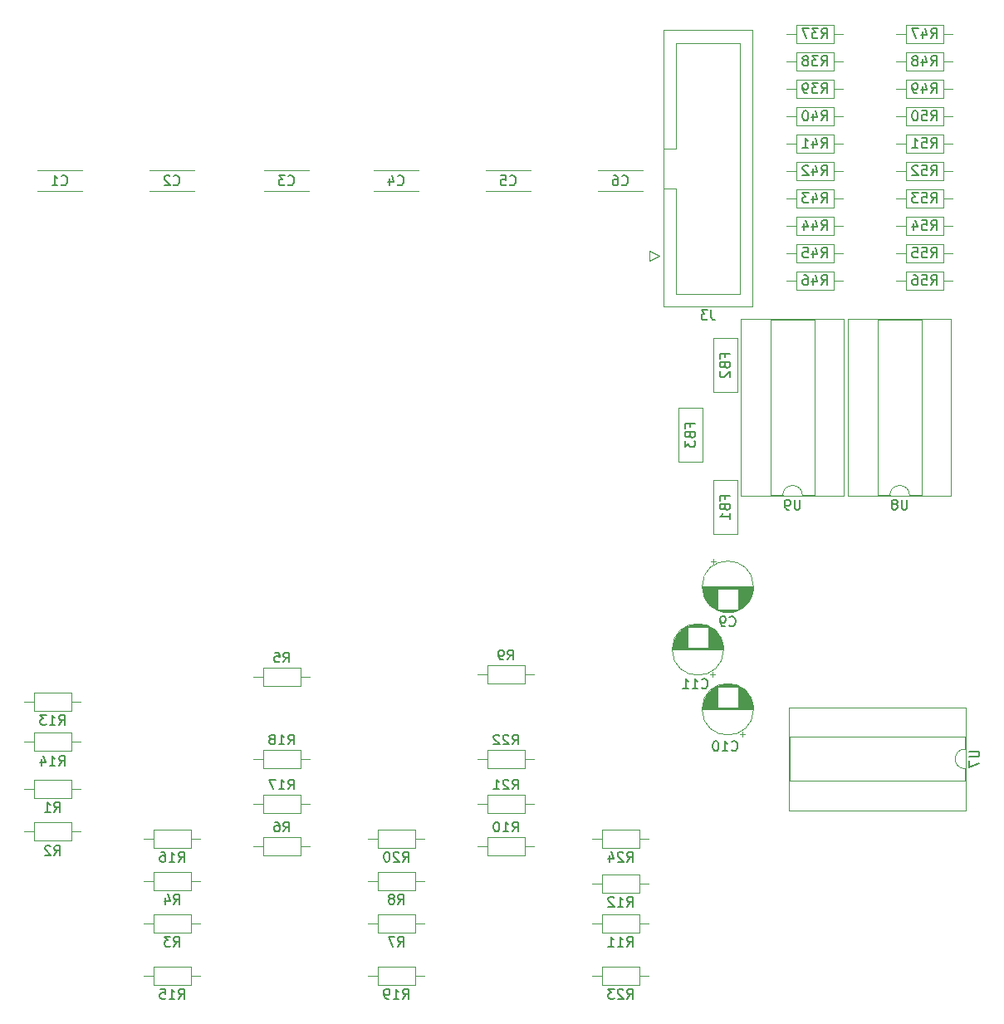
<source format=gbr>
%TF.GenerationSoftware,KiCad,Pcbnew,(5.1.10)-1*%
%TF.CreationDate,2022-02-04T18:45:48-05:00*%
%TF.ProjectId,Stereo_Mixer,53746572-656f-45f4-9d69-7865722e6b69,rev?*%
%TF.SameCoordinates,Original*%
%TF.FileFunction,Legend,Bot*%
%TF.FilePolarity,Positive*%
%FSLAX46Y46*%
G04 Gerber Fmt 4.6, Leading zero omitted, Abs format (unit mm)*
G04 Created by KiCad (PCBNEW (5.1.10)-1) date 2022-02-04 18:45:48*
%MOMM*%
%LPD*%
G01*
G04 APERTURE LIST*
%ADD10C,0.120000*%
%ADD11C,0.150000*%
G04 APERTURE END LIST*
D10*
%TO.C,C1*%
X138882000Y-32981000D02*
X138882000Y-32966000D01*
X138882000Y-35106000D02*
X138882000Y-35091000D01*
X134342000Y-32981000D02*
X134342000Y-32966000D01*
X134342000Y-35106000D02*
X134342000Y-35091000D01*
X134342000Y-32966000D02*
X138882000Y-32966000D01*
X134342000Y-35106000D02*
X138882000Y-35106000D01*
%TO.C,C2*%
X150312000Y-32981000D02*
X150312000Y-32966000D01*
X150312000Y-35106000D02*
X150312000Y-35091000D01*
X145772000Y-32981000D02*
X145772000Y-32966000D01*
X145772000Y-35106000D02*
X145772000Y-35091000D01*
X145772000Y-32966000D02*
X150312000Y-32966000D01*
X145772000Y-35106000D02*
X150312000Y-35106000D01*
%TO.C,C3*%
X161996000Y-32981000D02*
X161996000Y-32966000D01*
X161996000Y-35106000D02*
X161996000Y-35091000D01*
X157456000Y-32981000D02*
X157456000Y-32966000D01*
X157456000Y-35106000D02*
X157456000Y-35091000D01*
X157456000Y-32966000D02*
X161996000Y-32966000D01*
X157456000Y-35106000D02*
X161996000Y-35106000D01*
%TO.C,C4*%
X168632000Y-35106000D02*
X173172000Y-35106000D01*
X168632000Y-32966000D02*
X173172000Y-32966000D01*
X168632000Y-35106000D02*
X168632000Y-35091000D01*
X168632000Y-32981000D02*
X168632000Y-32966000D01*
X173172000Y-35106000D02*
X173172000Y-35091000D01*
X173172000Y-32981000D02*
X173172000Y-32966000D01*
%TO.C,C5*%
X180062000Y-35106000D02*
X184602000Y-35106000D01*
X180062000Y-32966000D02*
X184602000Y-32966000D01*
X180062000Y-35106000D02*
X180062000Y-35091000D01*
X180062000Y-32981000D02*
X180062000Y-32966000D01*
X184602000Y-35106000D02*
X184602000Y-35091000D01*
X184602000Y-32981000D02*
X184602000Y-32966000D01*
%TO.C,C6*%
X196032000Y-32981000D02*
X196032000Y-32966000D01*
X196032000Y-35106000D02*
X196032000Y-35091000D01*
X191492000Y-32981000D02*
X191492000Y-32966000D01*
X191492000Y-35106000D02*
X191492000Y-35091000D01*
X191492000Y-32966000D02*
X196032000Y-32966000D01*
X191492000Y-35106000D02*
X196032000Y-35106000D01*
%TO.C,C9*%
X202999000Y-72863225D02*
X203499000Y-72863225D01*
X203249000Y-72613225D02*
X203249000Y-73113225D01*
X204440000Y-78019000D02*
X205008000Y-78019000D01*
X204206000Y-77979000D02*
X205242000Y-77979000D01*
X204047000Y-77939000D02*
X205401000Y-77939000D01*
X203919000Y-77899000D02*
X205529000Y-77899000D01*
X203809000Y-77859000D02*
X205639000Y-77859000D01*
X203713000Y-77819000D02*
X205735000Y-77819000D01*
X203626000Y-77779000D02*
X205822000Y-77779000D01*
X203546000Y-77739000D02*
X205902000Y-77739000D01*
X205764000Y-77699000D02*
X205975000Y-77699000D01*
X203473000Y-77699000D02*
X203684000Y-77699000D01*
X205764000Y-77659000D02*
X206043000Y-77659000D01*
X203405000Y-77659000D02*
X203684000Y-77659000D01*
X205764000Y-77619000D02*
X206107000Y-77619000D01*
X203341000Y-77619000D02*
X203684000Y-77619000D01*
X205764000Y-77579000D02*
X206167000Y-77579000D01*
X203281000Y-77579000D02*
X203684000Y-77579000D01*
X205764000Y-77539000D02*
X206224000Y-77539000D01*
X203224000Y-77539000D02*
X203684000Y-77539000D01*
X205764000Y-77499000D02*
X206278000Y-77499000D01*
X203170000Y-77499000D02*
X203684000Y-77499000D01*
X205764000Y-77459000D02*
X206329000Y-77459000D01*
X203119000Y-77459000D02*
X203684000Y-77459000D01*
X205764000Y-77419000D02*
X206377000Y-77419000D01*
X203071000Y-77419000D02*
X203684000Y-77419000D01*
X205764000Y-77379000D02*
X206423000Y-77379000D01*
X203025000Y-77379000D02*
X203684000Y-77379000D01*
X205764000Y-77339000D02*
X206467000Y-77339000D01*
X202981000Y-77339000D02*
X203684000Y-77339000D01*
X205764000Y-77299000D02*
X206509000Y-77299000D01*
X202939000Y-77299000D02*
X203684000Y-77299000D01*
X205764000Y-77259000D02*
X206550000Y-77259000D01*
X202898000Y-77259000D02*
X203684000Y-77259000D01*
X205764000Y-77219000D02*
X206588000Y-77219000D01*
X202860000Y-77219000D02*
X203684000Y-77219000D01*
X205764000Y-77179000D02*
X206625000Y-77179000D01*
X202823000Y-77179000D02*
X203684000Y-77179000D01*
X205764000Y-77139000D02*
X206661000Y-77139000D01*
X202787000Y-77139000D02*
X203684000Y-77139000D01*
X205764000Y-77099000D02*
X206695000Y-77099000D01*
X202753000Y-77099000D02*
X203684000Y-77099000D01*
X205764000Y-77059000D02*
X206728000Y-77059000D01*
X202720000Y-77059000D02*
X203684000Y-77059000D01*
X205764000Y-77019000D02*
X206759000Y-77019000D01*
X202689000Y-77019000D02*
X203684000Y-77019000D01*
X205764000Y-76979000D02*
X206789000Y-76979000D01*
X202659000Y-76979000D02*
X203684000Y-76979000D01*
X205764000Y-76939000D02*
X206819000Y-76939000D01*
X202629000Y-76939000D02*
X203684000Y-76939000D01*
X205764000Y-76899000D02*
X206846000Y-76899000D01*
X202602000Y-76899000D02*
X203684000Y-76899000D01*
X205764000Y-76859000D02*
X206873000Y-76859000D01*
X202575000Y-76859000D02*
X203684000Y-76859000D01*
X205764000Y-76819000D02*
X206899000Y-76819000D01*
X202549000Y-76819000D02*
X203684000Y-76819000D01*
X205764000Y-76779000D02*
X206924000Y-76779000D01*
X202524000Y-76779000D02*
X203684000Y-76779000D01*
X205764000Y-76739000D02*
X206948000Y-76739000D01*
X202500000Y-76739000D02*
X203684000Y-76739000D01*
X205764000Y-76699000D02*
X206971000Y-76699000D01*
X202477000Y-76699000D02*
X203684000Y-76699000D01*
X205764000Y-76659000D02*
X206992000Y-76659000D01*
X202456000Y-76659000D02*
X203684000Y-76659000D01*
X205764000Y-76619000D02*
X207014000Y-76619000D01*
X202434000Y-76619000D02*
X203684000Y-76619000D01*
X205764000Y-76579000D02*
X207034000Y-76579000D01*
X202414000Y-76579000D02*
X203684000Y-76579000D01*
X205764000Y-76539000D02*
X207053000Y-76539000D01*
X202395000Y-76539000D02*
X203684000Y-76539000D01*
X205764000Y-76499000D02*
X207072000Y-76499000D01*
X202376000Y-76499000D02*
X203684000Y-76499000D01*
X205764000Y-76459000D02*
X207089000Y-76459000D01*
X202359000Y-76459000D02*
X203684000Y-76459000D01*
X205764000Y-76419000D02*
X207106000Y-76419000D01*
X202342000Y-76419000D02*
X203684000Y-76419000D01*
X205764000Y-76379000D02*
X207122000Y-76379000D01*
X202326000Y-76379000D02*
X203684000Y-76379000D01*
X205764000Y-76339000D02*
X207138000Y-76339000D01*
X202310000Y-76339000D02*
X203684000Y-76339000D01*
X205764000Y-76299000D02*
X207152000Y-76299000D01*
X202296000Y-76299000D02*
X203684000Y-76299000D01*
X205764000Y-76259000D02*
X207166000Y-76259000D01*
X202282000Y-76259000D02*
X203684000Y-76259000D01*
X205764000Y-76219000D02*
X207179000Y-76219000D01*
X202269000Y-76219000D02*
X203684000Y-76219000D01*
X205764000Y-76179000D02*
X207192000Y-76179000D01*
X202256000Y-76179000D02*
X203684000Y-76179000D01*
X205764000Y-76139000D02*
X207204000Y-76139000D01*
X202244000Y-76139000D02*
X203684000Y-76139000D01*
X205764000Y-76098000D02*
X207215000Y-76098000D01*
X202233000Y-76098000D02*
X203684000Y-76098000D01*
X205764000Y-76058000D02*
X207225000Y-76058000D01*
X202223000Y-76058000D02*
X203684000Y-76058000D01*
X205764000Y-76018000D02*
X207235000Y-76018000D01*
X202213000Y-76018000D02*
X203684000Y-76018000D01*
X205764000Y-75978000D02*
X207244000Y-75978000D01*
X202204000Y-75978000D02*
X203684000Y-75978000D01*
X205764000Y-75938000D02*
X207252000Y-75938000D01*
X202196000Y-75938000D02*
X203684000Y-75938000D01*
X205764000Y-75898000D02*
X207260000Y-75898000D01*
X202188000Y-75898000D02*
X203684000Y-75898000D01*
X205764000Y-75858000D02*
X207267000Y-75858000D01*
X202181000Y-75858000D02*
X203684000Y-75858000D01*
X205764000Y-75818000D02*
X207274000Y-75818000D01*
X202174000Y-75818000D02*
X203684000Y-75818000D01*
X205764000Y-75778000D02*
X207280000Y-75778000D01*
X202168000Y-75778000D02*
X203684000Y-75778000D01*
X205764000Y-75738000D02*
X207285000Y-75738000D01*
X202163000Y-75738000D02*
X203684000Y-75738000D01*
X205764000Y-75698000D02*
X207289000Y-75698000D01*
X202159000Y-75698000D02*
X203684000Y-75698000D01*
X205764000Y-75658000D02*
X207293000Y-75658000D01*
X202155000Y-75658000D02*
X203684000Y-75658000D01*
X202151000Y-75618000D02*
X207297000Y-75618000D01*
X202148000Y-75578000D02*
X207300000Y-75578000D01*
X202146000Y-75538000D02*
X207302000Y-75538000D01*
X202145000Y-75498000D02*
X207303000Y-75498000D01*
X202144000Y-75458000D02*
X207304000Y-75458000D01*
X202144000Y-75418000D02*
X207304000Y-75418000D01*
X207344000Y-75418000D02*
G75*
G03*
X207344000Y-75418000I-2620000J0D01*
G01*
%TO.C,C10*%
X207344000Y-87904000D02*
G75*
G03*
X207344000Y-87904000I-2620000J0D01*
G01*
X207304000Y-87904000D02*
X202144000Y-87904000D01*
X207304000Y-87864000D02*
X202144000Y-87864000D01*
X207303000Y-87824000D02*
X202145000Y-87824000D01*
X207302000Y-87784000D02*
X202146000Y-87784000D01*
X207300000Y-87744000D02*
X202148000Y-87744000D01*
X207297000Y-87704000D02*
X202151000Y-87704000D01*
X207293000Y-87664000D02*
X205764000Y-87664000D01*
X203684000Y-87664000D02*
X202155000Y-87664000D01*
X207289000Y-87624000D02*
X205764000Y-87624000D01*
X203684000Y-87624000D02*
X202159000Y-87624000D01*
X207285000Y-87584000D02*
X205764000Y-87584000D01*
X203684000Y-87584000D02*
X202163000Y-87584000D01*
X207280000Y-87544000D02*
X205764000Y-87544000D01*
X203684000Y-87544000D02*
X202168000Y-87544000D01*
X207274000Y-87504000D02*
X205764000Y-87504000D01*
X203684000Y-87504000D02*
X202174000Y-87504000D01*
X207267000Y-87464000D02*
X205764000Y-87464000D01*
X203684000Y-87464000D02*
X202181000Y-87464000D01*
X207260000Y-87424000D02*
X205764000Y-87424000D01*
X203684000Y-87424000D02*
X202188000Y-87424000D01*
X207252000Y-87384000D02*
X205764000Y-87384000D01*
X203684000Y-87384000D02*
X202196000Y-87384000D01*
X207244000Y-87344000D02*
X205764000Y-87344000D01*
X203684000Y-87344000D02*
X202204000Y-87344000D01*
X207235000Y-87304000D02*
X205764000Y-87304000D01*
X203684000Y-87304000D02*
X202213000Y-87304000D01*
X207225000Y-87264000D02*
X205764000Y-87264000D01*
X203684000Y-87264000D02*
X202223000Y-87264000D01*
X207215000Y-87224000D02*
X205764000Y-87224000D01*
X203684000Y-87224000D02*
X202233000Y-87224000D01*
X207204000Y-87183000D02*
X205764000Y-87183000D01*
X203684000Y-87183000D02*
X202244000Y-87183000D01*
X207192000Y-87143000D02*
X205764000Y-87143000D01*
X203684000Y-87143000D02*
X202256000Y-87143000D01*
X207179000Y-87103000D02*
X205764000Y-87103000D01*
X203684000Y-87103000D02*
X202269000Y-87103000D01*
X207166000Y-87063000D02*
X205764000Y-87063000D01*
X203684000Y-87063000D02*
X202282000Y-87063000D01*
X207152000Y-87023000D02*
X205764000Y-87023000D01*
X203684000Y-87023000D02*
X202296000Y-87023000D01*
X207138000Y-86983000D02*
X205764000Y-86983000D01*
X203684000Y-86983000D02*
X202310000Y-86983000D01*
X207122000Y-86943000D02*
X205764000Y-86943000D01*
X203684000Y-86943000D02*
X202326000Y-86943000D01*
X207106000Y-86903000D02*
X205764000Y-86903000D01*
X203684000Y-86903000D02*
X202342000Y-86903000D01*
X207089000Y-86863000D02*
X205764000Y-86863000D01*
X203684000Y-86863000D02*
X202359000Y-86863000D01*
X207072000Y-86823000D02*
X205764000Y-86823000D01*
X203684000Y-86823000D02*
X202376000Y-86823000D01*
X207053000Y-86783000D02*
X205764000Y-86783000D01*
X203684000Y-86783000D02*
X202395000Y-86783000D01*
X207034000Y-86743000D02*
X205764000Y-86743000D01*
X203684000Y-86743000D02*
X202414000Y-86743000D01*
X207014000Y-86703000D02*
X205764000Y-86703000D01*
X203684000Y-86703000D02*
X202434000Y-86703000D01*
X206992000Y-86663000D02*
X205764000Y-86663000D01*
X203684000Y-86663000D02*
X202456000Y-86663000D01*
X206971000Y-86623000D02*
X205764000Y-86623000D01*
X203684000Y-86623000D02*
X202477000Y-86623000D01*
X206948000Y-86583000D02*
X205764000Y-86583000D01*
X203684000Y-86583000D02*
X202500000Y-86583000D01*
X206924000Y-86543000D02*
X205764000Y-86543000D01*
X203684000Y-86543000D02*
X202524000Y-86543000D01*
X206899000Y-86503000D02*
X205764000Y-86503000D01*
X203684000Y-86503000D02*
X202549000Y-86503000D01*
X206873000Y-86463000D02*
X205764000Y-86463000D01*
X203684000Y-86463000D02*
X202575000Y-86463000D01*
X206846000Y-86423000D02*
X205764000Y-86423000D01*
X203684000Y-86423000D02*
X202602000Y-86423000D01*
X206819000Y-86383000D02*
X205764000Y-86383000D01*
X203684000Y-86383000D02*
X202629000Y-86383000D01*
X206789000Y-86343000D02*
X205764000Y-86343000D01*
X203684000Y-86343000D02*
X202659000Y-86343000D01*
X206759000Y-86303000D02*
X205764000Y-86303000D01*
X203684000Y-86303000D02*
X202689000Y-86303000D01*
X206728000Y-86263000D02*
X205764000Y-86263000D01*
X203684000Y-86263000D02*
X202720000Y-86263000D01*
X206695000Y-86223000D02*
X205764000Y-86223000D01*
X203684000Y-86223000D02*
X202753000Y-86223000D01*
X206661000Y-86183000D02*
X205764000Y-86183000D01*
X203684000Y-86183000D02*
X202787000Y-86183000D01*
X206625000Y-86143000D02*
X205764000Y-86143000D01*
X203684000Y-86143000D02*
X202823000Y-86143000D01*
X206588000Y-86103000D02*
X205764000Y-86103000D01*
X203684000Y-86103000D02*
X202860000Y-86103000D01*
X206550000Y-86063000D02*
X205764000Y-86063000D01*
X203684000Y-86063000D02*
X202898000Y-86063000D01*
X206509000Y-86023000D02*
X205764000Y-86023000D01*
X203684000Y-86023000D02*
X202939000Y-86023000D01*
X206467000Y-85983000D02*
X205764000Y-85983000D01*
X203684000Y-85983000D02*
X202981000Y-85983000D01*
X206423000Y-85943000D02*
X205764000Y-85943000D01*
X203684000Y-85943000D02*
X203025000Y-85943000D01*
X206377000Y-85903000D02*
X205764000Y-85903000D01*
X203684000Y-85903000D02*
X203071000Y-85903000D01*
X206329000Y-85863000D02*
X205764000Y-85863000D01*
X203684000Y-85863000D02*
X203119000Y-85863000D01*
X206278000Y-85823000D02*
X205764000Y-85823000D01*
X203684000Y-85823000D02*
X203170000Y-85823000D01*
X206224000Y-85783000D02*
X205764000Y-85783000D01*
X203684000Y-85783000D02*
X203224000Y-85783000D01*
X206167000Y-85743000D02*
X205764000Y-85743000D01*
X203684000Y-85743000D02*
X203281000Y-85743000D01*
X206107000Y-85703000D02*
X205764000Y-85703000D01*
X203684000Y-85703000D02*
X203341000Y-85703000D01*
X206043000Y-85663000D02*
X205764000Y-85663000D01*
X203684000Y-85663000D02*
X203405000Y-85663000D01*
X205975000Y-85623000D02*
X205764000Y-85623000D01*
X203684000Y-85623000D02*
X203473000Y-85623000D01*
X205902000Y-85583000D02*
X203546000Y-85583000D01*
X205822000Y-85543000D02*
X203626000Y-85543000D01*
X205735000Y-85503000D02*
X203713000Y-85503000D01*
X205639000Y-85463000D02*
X203809000Y-85463000D01*
X205529000Y-85423000D02*
X203919000Y-85423000D01*
X205401000Y-85383000D02*
X204047000Y-85383000D01*
X205242000Y-85343000D02*
X204206000Y-85343000D01*
X205008000Y-85303000D02*
X204440000Y-85303000D01*
X206199000Y-90708775D02*
X206199000Y-90208775D01*
X206449000Y-90458775D02*
X205949000Y-90458775D01*
%TO.C,C11*%
X204296000Y-81808000D02*
G75*
G03*
X204296000Y-81808000I-2620000J0D01*
G01*
X204256000Y-81808000D02*
X199096000Y-81808000D01*
X204256000Y-81768000D02*
X199096000Y-81768000D01*
X204255000Y-81728000D02*
X199097000Y-81728000D01*
X204254000Y-81688000D02*
X199098000Y-81688000D01*
X204252000Y-81648000D02*
X199100000Y-81648000D01*
X204249000Y-81608000D02*
X199103000Y-81608000D01*
X204245000Y-81568000D02*
X202716000Y-81568000D01*
X200636000Y-81568000D02*
X199107000Y-81568000D01*
X204241000Y-81528000D02*
X202716000Y-81528000D01*
X200636000Y-81528000D02*
X199111000Y-81528000D01*
X204237000Y-81488000D02*
X202716000Y-81488000D01*
X200636000Y-81488000D02*
X199115000Y-81488000D01*
X204232000Y-81448000D02*
X202716000Y-81448000D01*
X200636000Y-81448000D02*
X199120000Y-81448000D01*
X204226000Y-81408000D02*
X202716000Y-81408000D01*
X200636000Y-81408000D02*
X199126000Y-81408000D01*
X204219000Y-81368000D02*
X202716000Y-81368000D01*
X200636000Y-81368000D02*
X199133000Y-81368000D01*
X204212000Y-81328000D02*
X202716000Y-81328000D01*
X200636000Y-81328000D02*
X199140000Y-81328000D01*
X204204000Y-81288000D02*
X202716000Y-81288000D01*
X200636000Y-81288000D02*
X199148000Y-81288000D01*
X204196000Y-81248000D02*
X202716000Y-81248000D01*
X200636000Y-81248000D02*
X199156000Y-81248000D01*
X204187000Y-81208000D02*
X202716000Y-81208000D01*
X200636000Y-81208000D02*
X199165000Y-81208000D01*
X204177000Y-81168000D02*
X202716000Y-81168000D01*
X200636000Y-81168000D02*
X199175000Y-81168000D01*
X204167000Y-81128000D02*
X202716000Y-81128000D01*
X200636000Y-81128000D02*
X199185000Y-81128000D01*
X204156000Y-81087000D02*
X202716000Y-81087000D01*
X200636000Y-81087000D02*
X199196000Y-81087000D01*
X204144000Y-81047000D02*
X202716000Y-81047000D01*
X200636000Y-81047000D02*
X199208000Y-81047000D01*
X204131000Y-81007000D02*
X202716000Y-81007000D01*
X200636000Y-81007000D02*
X199221000Y-81007000D01*
X204118000Y-80967000D02*
X202716000Y-80967000D01*
X200636000Y-80967000D02*
X199234000Y-80967000D01*
X204104000Y-80927000D02*
X202716000Y-80927000D01*
X200636000Y-80927000D02*
X199248000Y-80927000D01*
X204090000Y-80887000D02*
X202716000Y-80887000D01*
X200636000Y-80887000D02*
X199262000Y-80887000D01*
X204074000Y-80847000D02*
X202716000Y-80847000D01*
X200636000Y-80847000D02*
X199278000Y-80847000D01*
X204058000Y-80807000D02*
X202716000Y-80807000D01*
X200636000Y-80807000D02*
X199294000Y-80807000D01*
X204041000Y-80767000D02*
X202716000Y-80767000D01*
X200636000Y-80767000D02*
X199311000Y-80767000D01*
X204024000Y-80727000D02*
X202716000Y-80727000D01*
X200636000Y-80727000D02*
X199328000Y-80727000D01*
X204005000Y-80687000D02*
X202716000Y-80687000D01*
X200636000Y-80687000D02*
X199347000Y-80687000D01*
X203986000Y-80647000D02*
X202716000Y-80647000D01*
X200636000Y-80647000D02*
X199366000Y-80647000D01*
X203966000Y-80607000D02*
X202716000Y-80607000D01*
X200636000Y-80607000D02*
X199386000Y-80607000D01*
X203944000Y-80567000D02*
X202716000Y-80567000D01*
X200636000Y-80567000D02*
X199408000Y-80567000D01*
X203923000Y-80527000D02*
X202716000Y-80527000D01*
X200636000Y-80527000D02*
X199429000Y-80527000D01*
X203900000Y-80487000D02*
X202716000Y-80487000D01*
X200636000Y-80487000D02*
X199452000Y-80487000D01*
X203876000Y-80447000D02*
X202716000Y-80447000D01*
X200636000Y-80447000D02*
X199476000Y-80447000D01*
X203851000Y-80407000D02*
X202716000Y-80407000D01*
X200636000Y-80407000D02*
X199501000Y-80407000D01*
X203825000Y-80367000D02*
X202716000Y-80367000D01*
X200636000Y-80367000D02*
X199527000Y-80367000D01*
X203798000Y-80327000D02*
X202716000Y-80327000D01*
X200636000Y-80327000D02*
X199554000Y-80327000D01*
X203771000Y-80287000D02*
X202716000Y-80287000D01*
X200636000Y-80287000D02*
X199581000Y-80287000D01*
X203741000Y-80247000D02*
X202716000Y-80247000D01*
X200636000Y-80247000D02*
X199611000Y-80247000D01*
X203711000Y-80207000D02*
X202716000Y-80207000D01*
X200636000Y-80207000D02*
X199641000Y-80207000D01*
X203680000Y-80167000D02*
X202716000Y-80167000D01*
X200636000Y-80167000D02*
X199672000Y-80167000D01*
X203647000Y-80127000D02*
X202716000Y-80127000D01*
X200636000Y-80127000D02*
X199705000Y-80127000D01*
X203613000Y-80087000D02*
X202716000Y-80087000D01*
X200636000Y-80087000D02*
X199739000Y-80087000D01*
X203577000Y-80047000D02*
X202716000Y-80047000D01*
X200636000Y-80047000D02*
X199775000Y-80047000D01*
X203540000Y-80007000D02*
X202716000Y-80007000D01*
X200636000Y-80007000D02*
X199812000Y-80007000D01*
X203502000Y-79967000D02*
X202716000Y-79967000D01*
X200636000Y-79967000D02*
X199850000Y-79967000D01*
X203461000Y-79927000D02*
X202716000Y-79927000D01*
X200636000Y-79927000D02*
X199891000Y-79927000D01*
X203419000Y-79887000D02*
X202716000Y-79887000D01*
X200636000Y-79887000D02*
X199933000Y-79887000D01*
X203375000Y-79847000D02*
X202716000Y-79847000D01*
X200636000Y-79847000D02*
X199977000Y-79847000D01*
X203329000Y-79807000D02*
X202716000Y-79807000D01*
X200636000Y-79807000D02*
X200023000Y-79807000D01*
X203281000Y-79767000D02*
X202716000Y-79767000D01*
X200636000Y-79767000D02*
X200071000Y-79767000D01*
X203230000Y-79727000D02*
X202716000Y-79727000D01*
X200636000Y-79727000D02*
X200122000Y-79727000D01*
X203176000Y-79687000D02*
X202716000Y-79687000D01*
X200636000Y-79687000D02*
X200176000Y-79687000D01*
X203119000Y-79647000D02*
X202716000Y-79647000D01*
X200636000Y-79647000D02*
X200233000Y-79647000D01*
X203059000Y-79607000D02*
X202716000Y-79607000D01*
X200636000Y-79607000D02*
X200293000Y-79607000D01*
X202995000Y-79567000D02*
X202716000Y-79567000D01*
X200636000Y-79567000D02*
X200357000Y-79567000D01*
X202927000Y-79527000D02*
X202716000Y-79527000D01*
X200636000Y-79527000D02*
X200425000Y-79527000D01*
X202854000Y-79487000D02*
X200498000Y-79487000D01*
X202774000Y-79447000D02*
X200578000Y-79447000D01*
X202687000Y-79407000D02*
X200665000Y-79407000D01*
X202591000Y-79367000D02*
X200761000Y-79367000D01*
X202481000Y-79327000D02*
X200871000Y-79327000D01*
X202353000Y-79287000D02*
X200999000Y-79287000D01*
X202194000Y-79247000D02*
X201158000Y-79247000D01*
X201960000Y-79207000D02*
X201392000Y-79207000D01*
X203151000Y-84612775D02*
X203151000Y-84112775D01*
X203401000Y-84362775D02*
X202901000Y-84362775D01*
%TO.C,FB1*%
X205690000Y-70080000D02*
X203250000Y-70080000D01*
X203250000Y-70080000D02*
X203250000Y-64540000D01*
X203250000Y-64540000D02*
X205690000Y-64540000D01*
X205690000Y-64540000D02*
X205690000Y-70080000D01*
%TO.C,FB2*%
X205690000Y-50062000D02*
X205690000Y-55602000D01*
X203250000Y-50062000D02*
X205690000Y-50062000D01*
X203250000Y-55602000D02*
X203250000Y-50062000D01*
X205690000Y-55602000D02*
X203250000Y-55602000D01*
%TO.C,FB3*%
X202134000Y-62714000D02*
X199694000Y-62714000D01*
X199694000Y-62714000D02*
X199694000Y-57174000D01*
X199694000Y-57174000D02*
X202134000Y-57174000D01*
X202134000Y-57174000D02*
X202134000Y-62714000D01*
%TO.C,J3*%
X198132000Y-46866000D02*
X207252000Y-46866000D01*
X207252000Y-46866000D02*
X207252000Y-18666000D01*
X207252000Y-18666000D02*
X198132000Y-18666000D01*
X198132000Y-18666000D02*
X198132000Y-46866000D01*
X198132000Y-34816000D02*
X199442000Y-34816000D01*
X199442000Y-34816000D02*
X199442000Y-45566000D01*
X199442000Y-45566000D02*
X205942000Y-45566000D01*
X205942000Y-45566000D02*
X205942000Y-19966000D01*
X205942000Y-19966000D02*
X199442000Y-19966000D01*
X199442000Y-19966000D02*
X199442000Y-30716000D01*
X199442000Y-30716000D02*
X199442000Y-30716000D01*
X199442000Y-30716000D02*
X198132000Y-30716000D01*
X197742000Y-41656000D02*
X196742000Y-42156000D01*
X196742000Y-42156000D02*
X196742000Y-41156000D01*
X196742000Y-41156000D02*
X197742000Y-41656000D01*
%TO.C,R1*%
X133970000Y-96932000D02*
X133970000Y-95092000D01*
X133970000Y-95092000D02*
X137810000Y-95092000D01*
X137810000Y-95092000D02*
X137810000Y-96932000D01*
X137810000Y-96932000D02*
X133970000Y-96932000D01*
X133020000Y-96012000D02*
X133970000Y-96012000D01*
X138760000Y-96012000D02*
X137810000Y-96012000D01*
%TO.C,R2*%
X138760000Y-100330000D02*
X137810000Y-100330000D01*
X133020000Y-100330000D02*
X133970000Y-100330000D01*
X137810000Y-101250000D02*
X133970000Y-101250000D01*
X137810000Y-99410000D02*
X137810000Y-101250000D01*
X133970000Y-99410000D02*
X137810000Y-99410000D01*
X133970000Y-101250000D02*
X133970000Y-99410000D01*
%TO.C,R3*%
X150952000Y-109728000D02*
X150002000Y-109728000D01*
X145212000Y-109728000D02*
X146162000Y-109728000D01*
X150002000Y-110648000D02*
X146162000Y-110648000D01*
X150002000Y-108808000D02*
X150002000Y-110648000D01*
X146162000Y-108808000D02*
X150002000Y-108808000D01*
X146162000Y-110648000D02*
X146162000Y-108808000D01*
%TO.C,R4*%
X146162000Y-106330000D02*
X146162000Y-104490000D01*
X146162000Y-104490000D02*
X150002000Y-104490000D01*
X150002000Y-104490000D02*
X150002000Y-106330000D01*
X150002000Y-106330000D02*
X146162000Y-106330000D01*
X145212000Y-105410000D02*
X146162000Y-105410000D01*
X150952000Y-105410000D02*
X150002000Y-105410000D01*
%TO.C,R5*%
X156388000Y-84582000D02*
X157338000Y-84582000D01*
X162128000Y-84582000D02*
X161178000Y-84582000D01*
X157338000Y-83662000D02*
X161178000Y-83662000D01*
X157338000Y-85502000D02*
X157338000Y-83662000D01*
X161178000Y-85502000D02*
X157338000Y-85502000D01*
X161178000Y-83662000D02*
X161178000Y-85502000D01*
%TO.C,R6*%
X161178000Y-100934000D02*
X161178000Y-102774000D01*
X161178000Y-102774000D02*
X157338000Y-102774000D01*
X157338000Y-102774000D02*
X157338000Y-100934000D01*
X157338000Y-100934000D02*
X161178000Y-100934000D01*
X162128000Y-101854000D02*
X161178000Y-101854000D01*
X156388000Y-101854000D02*
X157338000Y-101854000D01*
%TO.C,R7*%
X169022000Y-110648000D02*
X169022000Y-108808000D01*
X169022000Y-108808000D02*
X172862000Y-108808000D01*
X172862000Y-108808000D02*
X172862000Y-110648000D01*
X172862000Y-110648000D02*
X169022000Y-110648000D01*
X168072000Y-109728000D02*
X169022000Y-109728000D01*
X173812000Y-109728000D02*
X172862000Y-109728000D01*
%TO.C,R8*%
X173812000Y-105410000D02*
X172862000Y-105410000D01*
X168072000Y-105410000D02*
X169022000Y-105410000D01*
X172862000Y-106330000D02*
X169022000Y-106330000D01*
X172862000Y-104490000D02*
X172862000Y-106330000D01*
X169022000Y-104490000D02*
X172862000Y-104490000D01*
X169022000Y-106330000D02*
X169022000Y-104490000D01*
%TO.C,R9*%
X184038000Y-83408000D02*
X184038000Y-85248000D01*
X184038000Y-85248000D02*
X180198000Y-85248000D01*
X180198000Y-85248000D02*
X180198000Y-83408000D01*
X180198000Y-83408000D02*
X184038000Y-83408000D01*
X184988000Y-84328000D02*
X184038000Y-84328000D01*
X179248000Y-84328000D02*
X180198000Y-84328000D01*
%TO.C,R10*%
X179248000Y-101854000D02*
X180198000Y-101854000D01*
X184988000Y-101854000D02*
X184038000Y-101854000D01*
X180198000Y-100934000D02*
X184038000Y-100934000D01*
X180198000Y-102774000D02*
X180198000Y-100934000D01*
X184038000Y-102774000D02*
X180198000Y-102774000D01*
X184038000Y-100934000D02*
X184038000Y-102774000D01*
%TO.C,R11*%
X196672000Y-109728000D02*
X195722000Y-109728000D01*
X190932000Y-109728000D02*
X191882000Y-109728000D01*
X195722000Y-110648000D02*
X191882000Y-110648000D01*
X195722000Y-108808000D02*
X195722000Y-110648000D01*
X191882000Y-108808000D02*
X195722000Y-108808000D01*
X191882000Y-110648000D02*
X191882000Y-108808000D01*
%TO.C,R12*%
X191882000Y-106584000D02*
X191882000Y-104744000D01*
X191882000Y-104744000D02*
X195722000Y-104744000D01*
X195722000Y-104744000D02*
X195722000Y-106584000D01*
X195722000Y-106584000D02*
X191882000Y-106584000D01*
X190932000Y-105664000D02*
X191882000Y-105664000D01*
X196672000Y-105664000D02*
X195722000Y-105664000D01*
%TO.C,R13*%
X138760000Y-87122000D02*
X137810000Y-87122000D01*
X133020000Y-87122000D02*
X133970000Y-87122000D01*
X137810000Y-88042000D02*
X133970000Y-88042000D01*
X137810000Y-86202000D02*
X137810000Y-88042000D01*
X133970000Y-86202000D02*
X137810000Y-86202000D01*
X133970000Y-88042000D02*
X133970000Y-86202000D01*
%TO.C,R14*%
X137810000Y-90266000D02*
X137810000Y-92106000D01*
X137810000Y-92106000D02*
X133970000Y-92106000D01*
X133970000Y-92106000D02*
X133970000Y-90266000D01*
X133970000Y-90266000D02*
X137810000Y-90266000D01*
X138760000Y-91186000D02*
X137810000Y-91186000D01*
X133020000Y-91186000D02*
X133970000Y-91186000D01*
%TO.C,R15*%
X146162000Y-115982000D02*
X146162000Y-114142000D01*
X146162000Y-114142000D02*
X150002000Y-114142000D01*
X150002000Y-114142000D02*
X150002000Y-115982000D01*
X150002000Y-115982000D02*
X146162000Y-115982000D01*
X145212000Y-115062000D02*
X146162000Y-115062000D01*
X150952000Y-115062000D02*
X150002000Y-115062000D01*
%TO.C,R16*%
X150952000Y-101092000D02*
X150002000Y-101092000D01*
X145212000Y-101092000D02*
X146162000Y-101092000D01*
X150002000Y-102012000D02*
X146162000Y-102012000D01*
X150002000Y-100172000D02*
X150002000Y-102012000D01*
X146162000Y-100172000D02*
X150002000Y-100172000D01*
X146162000Y-102012000D02*
X146162000Y-100172000D01*
%TO.C,R17*%
X161178000Y-96616000D02*
X161178000Y-98456000D01*
X161178000Y-98456000D02*
X157338000Y-98456000D01*
X157338000Y-98456000D02*
X157338000Y-96616000D01*
X157338000Y-96616000D02*
X161178000Y-96616000D01*
X162128000Y-97536000D02*
X161178000Y-97536000D01*
X156388000Y-97536000D02*
X157338000Y-97536000D01*
%TO.C,R18*%
X156388000Y-92964000D02*
X157338000Y-92964000D01*
X162128000Y-92964000D02*
X161178000Y-92964000D01*
X157338000Y-92044000D02*
X161178000Y-92044000D01*
X157338000Y-93884000D02*
X157338000Y-92044000D01*
X161178000Y-93884000D02*
X157338000Y-93884000D01*
X161178000Y-92044000D02*
X161178000Y-93884000D01*
%TO.C,R19*%
X173812000Y-115062000D02*
X172862000Y-115062000D01*
X168072000Y-115062000D02*
X169022000Y-115062000D01*
X172862000Y-115982000D02*
X169022000Y-115982000D01*
X172862000Y-114142000D02*
X172862000Y-115982000D01*
X169022000Y-114142000D02*
X172862000Y-114142000D01*
X169022000Y-115982000D02*
X169022000Y-114142000D01*
%TO.C,R20*%
X169022000Y-102012000D02*
X169022000Y-100172000D01*
X169022000Y-100172000D02*
X172862000Y-100172000D01*
X172862000Y-100172000D02*
X172862000Y-102012000D01*
X172862000Y-102012000D02*
X169022000Y-102012000D01*
X168072000Y-101092000D02*
X169022000Y-101092000D01*
X173812000Y-101092000D02*
X172862000Y-101092000D01*
%TO.C,R21*%
X179248000Y-97536000D02*
X180198000Y-97536000D01*
X184988000Y-97536000D02*
X184038000Y-97536000D01*
X180198000Y-96616000D02*
X184038000Y-96616000D01*
X180198000Y-98456000D02*
X180198000Y-96616000D01*
X184038000Y-98456000D02*
X180198000Y-98456000D01*
X184038000Y-96616000D02*
X184038000Y-98456000D01*
%TO.C,R22*%
X184038000Y-92044000D02*
X184038000Y-93884000D01*
X184038000Y-93884000D02*
X180198000Y-93884000D01*
X180198000Y-93884000D02*
X180198000Y-92044000D01*
X180198000Y-92044000D02*
X184038000Y-92044000D01*
X184988000Y-92964000D02*
X184038000Y-92964000D01*
X179248000Y-92964000D02*
X180198000Y-92964000D01*
%TO.C,R23*%
X196672000Y-115062000D02*
X195722000Y-115062000D01*
X190932000Y-115062000D02*
X191882000Y-115062000D01*
X195722000Y-115982000D02*
X191882000Y-115982000D01*
X195722000Y-114142000D02*
X195722000Y-115982000D01*
X191882000Y-114142000D02*
X195722000Y-114142000D01*
X191882000Y-115982000D02*
X191882000Y-114142000D01*
%TO.C,R24*%
X191882000Y-102012000D02*
X191882000Y-100172000D01*
X191882000Y-100172000D02*
X195722000Y-100172000D01*
X195722000Y-100172000D02*
X195722000Y-102012000D01*
X195722000Y-102012000D02*
X191882000Y-102012000D01*
X190932000Y-101092000D02*
X191882000Y-101092000D01*
X196672000Y-101092000D02*
X195722000Y-101092000D01*
%TO.C,R37*%
X210744000Y-19050000D02*
X211694000Y-19050000D01*
X216484000Y-19050000D02*
X215534000Y-19050000D01*
X211694000Y-18130000D02*
X215534000Y-18130000D01*
X211694000Y-19970000D02*
X211694000Y-18130000D01*
X215534000Y-19970000D02*
X211694000Y-19970000D01*
X215534000Y-18130000D02*
X215534000Y-19970000D01*
%TO.C,R38*%
X215534000Y-20924000D02*
X215534000Y-22764000D01*
X215534000Y-22764000D02*
X211694000Y-22764000D01*
X211694000Y-22764000D02*
X211694000Y-20924000D01*
X211694000Y-20924000D02*
X215534000Y-20924000D01*
X216484000Y-21844000D02*
X215534000Y-21844000D01*
X210744000Y-21844000D02*
X211694000Y-21844000D01*
%TO.C,R39*%
X210744000Y-24638000D02*
X211694000Y-24638000D01*
X216484000Y-24638000D02*
X215534000Y-24638000D01*
X211694000Y-23718000D02*
X215534000Y-23718000D01*
X211694000Y-25558000D02*
X211694000Y-23718000D01*
X215534000Y-25558000D02*
X211694000Y-25558000D01*
X215534000Y-23718000D02*
X215534000Y-25558000D01*
%TO.C,R40*%
X210744000Y-27432000D02*
X211694000Y-27432000D01*
X216484000Y-27432000D02*
X215534000Y-27432000D01*
X211694000Y-26512000D02*
X215534000Y-26512000D01*
X211694000Y-28352000D02*
X211694000Y-26512000D01*
X215534000Y-28352000D02*
X211694000Y-28352000D01*
X215534000Y-26512000D02*
X215534000Y-28352000D01*
%TO.C,R41*%
X215534000Y-29306000D02*
X215534000Y-31146000D01*
X215534000Y-31146000D02*
X211694000Y-31146000D01*
X211694000Y-31146000D02*
X211694000Y-29306000D01*
X211694000Y-29306000D02*
X215534000Y-29306000D01*
X216484000Y-30226000D02*
X215534000Y-30226000D01*
X210744000Y-30226000D02*
X211694000Y-30226000D01*
%TO.C,R42*%
X210744000Y-33020000D02*
X211694000Y-33020000D01*
X216484000Y-33020000D02*
X215534000Y-33020000D01*
X211694000Y-32100000D02*
X215534000Y-32100000D01*
X211694000Y-33940000D02*
X211694000Y-32100000D01*
X215534000Y-33940000D02*
X211694000Y-33940000D01*
X215534000Y-32100000D02*
X215534000Y-33940000D01*
%TO.C,R43*%
X215534000Y-34894000D02*
X215534000Y-36734000D01*
X215534000Y-36734000D02*
X211694000Y-36734000D01*
X211694000Y-36734000D02*
X211694000Y-34894000D01*
X211694000Y-34894000D02*
X215534000Y-34894000D01*
X216484000Y-35814000D02*
X215534000Y-35814000D01*
X210744000Y-35814000D02*
X211694000Y-35814000D01*
%TO.C,R44*%
X215534000Y-37688000D02*
X215534000Y-39528000D01*
X215534000Y-39528000D02*
X211694000Y-39528000D01*
X211694000Y-39528000D02*
X211694000Y-37688000D01*
X211694000Y-37688000D02*
X215534000Y-37688000D01*
X216484000Y-38608000D02*
X215534000Y-38608000D01*
X210744000Y-38608000D02*
X211694000Y-38608000D01*
%TO.C,R45*%
X215534000Y-40482000D02*
X215534000Y-42322000D01*
X215534000Y-42322000D02*
X211694000Y-42322000D01*
X211694000Y-42322000D02*
X211694000Y-40482000D01*
X211694000Y-40482000D02*
X215534000Y-40482000D01*
X216484000Y-41402000D02*
X215534000Y-41402000D01*
X210744000Y-41402000D02*
X211694000Y-41402000D01*
%TO.C,R46*%
X210744000Y-44196000D02*
X211694000Y-44196000D01*
X216484000Y-44196000D02*
X215534000Y-44196000D01*
X211694000Y-43276000D02*
X215534000Y-43276000D01*
X211694000Y-45116000D02*
X211694000Y-43276000D01*
X215534000Y-45116000D02*
X211694000Y-45116000D01*
X215534000Y-43276000D02*
X215534000Y-45116000D01*
%TO.C,R47*%
X226710000Y-18130000D02*
X226710000Y-19970000D01*
X226710000Y-19970000D02*
X222870000Y-19970000D01*
X222870000Y-19970000D02*
X222870000Y-18130000D01*
X222870000Y-18130000D02*
X226710000Y-18130000D01*
X227660000Y-19050000D02*
X226710000Y-19050000D01*
X221920000Y-19050000D02*
X222870000Y-19050000D01*
%TO.C,R48*%
X221920000Y-21844000D02*
X222870000Y-21844000D01*
X227660000Y-21844000D02*
X226710000Y-21844000D01*
X222870000Y-20924000D02*
X226710000Y-20924000D01*
X222870000Y-22764000D02*
X222870000Y-20924000D01*
X226710000Y-22764000D02*
X222870000Y-22764000D01*
X226710000Y-20924000D02*
X226710000Y-22764000D01*
%TO.C,R49*%
X226710000Y-23718000D02*
X226710000Y-25558000D01*
X226710000Y-25558000D02*
X222870000Y-25558000D01*
X222870000Y-25558000D02*
X222870000Y-23718000D01*
X222870000Y-23718000D02*
X226710000Y-23718000D01*
X227660000Y-24638000D02*
X226710000Y-24638000D01*
X221920000Y-24638000D02*
X222870000Y-24638000D01*
%TO.C,R50*%
X221920000Y-27432000D02*
X222870000Y-27432000D01*
X227660000Y-27432000D02*
X226710000Y-27432000D01*
X222870000Y-26512000D02*
X226710000Y-26512000D01*
X222870000Y-28352000D02*
X222870000Y-26512000D01*
X226710000Y-28352000D02*
X222870000Y-28352000D01*
X226710000Y-26512000D02*
X226710000Y-28352000D01*
%TO.C,R51*%
X226710000Y-29306000D02*
X226710000Y-31146000D01*
X226710000Y-31146000D02*
X222870000Y-31146000D01*
X222870000Y-31146000D02*
X222870000Y-29306000D01*
X222870000Y-29306000D02*
X226710000Y-29306000D01*
X227660000Y-30226000D02*
X226710000Y-30226000D01*
X221920000Y-30226000D02*
X222870000Y-30226000D01*
%TO.C,R52*%
X221920000Y-33020000D02*
X222870000Y-33020000D01*
X227660000Y-33020000D02*
X226710000Y-33020000D01*
X222870000Y-32100000D02*
X226710000Y-32100000D01*
X222870000Y-33940000D02*
X222870000Y-32100000D01*
X226710000Y-33940000D02*
X222870000Y-33940000D01*
X226710000Y-32100000D02*
X226710000Y-33940000D01*
%TO.C,R53*%
X226710000Y-34894000D02*
X226710000Y-36734000D01*
X226710000Y-36734000D02*
X222870000Y-36734000D01*
X222870000Y-36734000D02*
X222870000Y-34894000D01*
X222870000Y-34894000D02*
X226710000Y-34894000D01*
X227660000Y-35814000D02*
X226710000Y-35814000D01*
X221920000Y-35814000D02*
X222870000Y-35814000D01*
%TO.C,R54*%
X221920000Y-38608000D02*
X222870000Y-38608000D01*
X227660000Y-38608000D02*
X226710000Y-38608000D01*
X222870000Y-37688000D02*
X226710000Y-37688000D01*
X222870000Y-39528000D02*
X222870000Y-37688000D01*
X226710000Y-39528000D02*
X222870000Y-39528000D01*
X226710000Y-37688000D02*
X226710000Y-39528000D01*
%TO.C,R55*%
X226710000Y-40482000D02*
X226710000Y-42322000D01*
X226710000Y-42322000D02*
X222870000Y-42322000D01*
X222870000Y-42322000D02*
X222870000Y-40482000D01*
X222870000Y-40482000D02*
X226710000Y-40482000D01*
X227660000Y-41402000D02*
X226710000Y-41402000D01*
X221920000Y-41402000D02*
X222870000Y-41402000D01*
%TO.C,R56*%
X221920000Y-44196000D02*
X222870000Y-44196000D01*
X227660000Y-44196000D02*
X226710000Y-44196000D01*
X222870000Y-43276000D02*
X226710000Y-43276000D01*
X222870000Y-45116000D02*
X222870000Y-43276000D01*
X226710000Y-45116000D02*
X222870000Y-45116000D01*
X226710000Y-43276000D02*
X226710000Y-45116000D01*
%TO.C,U7*%
X228974000Y-87714000D02*
X228974000Y-98214000D01*
X210954000Y-87714000D02*
X228974000Y-87714000D01*
X210954000Y-98214000D02*
X210954000Y-87714000D01*
X228974000Y-98214000D02*
X210954000Y-98214000D01*
X228914000Y-90714000D02*
X228914000Y-91964000D01*
X211014000Y-90714000D02*
X228914000Y-90714000D01*
X211014000Y-95214000D02*
X211014000Y-90714000D01*
X228914000Y-95214000D02*
X211014000Y-95214000D01*
X228914000Y-93964000D02*
X228914000Y-95214000D01*
X228914000Y-91964000D02*
G75*
G03*
X228914000Y-93964000I0J-1000000D01*
G01*
%TO.C,U8*%
X221250000Y-66100000D02*
X220000000Y-66100000D01*
X220000000Y-66100000D02*
X220000000Y-48200000D01*
X220000000Y-48200000D02*
X224500000Y-48200000D01*
X224500000Y-48200000D02*
X224500000Y-66100000D01*
X224500000Y-66100000D02*
X223250000Y-66100000D01*
X217000000Y-66160000D02*
X217000000Y-48140000D01*
X217000000Y-48140000D02*
X227500000Y-48140000D01*
X227500000Y-48140000D02*
X227500000Y-66160000D01*
X227500000Y-66160000D02*
X217000000Y-66160000D01*
X223250000Y-66100000D02*
G75*
G03*
X221250000Y-66100000I-1000000J0D01*
G01*
%TO.C,U9*%
X210328000Y-66100000D02*
X209078000Y-66100000D01*
X209078000Y-66100000D02*
X209078000Y-48200000D01*
X209078000Y-48200000D02*
X213578000Y-48200000D01*
X213578000Y-48200000D02*
X213578000Y-66100000D01*
X213578000Y-66100000D02*
X212328000Y-66100000D01*
X206078000Y-66160000D02*
X206078000Y-48140000D01*
X206078000Y-48140000D02*
X216578000Y-48140000D01*
X216578000Y-48140000D02*
X216578000Y-66160000D01*
X216578000Y-66160000D02*
X206078000Y-66160000D01*
X212328000Y-66100000D02*
G75*
G03*
X210328000Y-66100000I-1000000J0D01*
G01*
%TO.C,C1*%
D11*
X136778666Y-34393142D02*
X136826285Y-34440761D01*
X136969142Y-34488380D01*
X137064380Y-34488380D01*
X137207238Y-34440761D01*
X137302476Y-34345523D01*
X137350095Y-34250285D01*
X137397714Y-34059809D01*
X137397714Y-33916952D01*
X137350095Y-33726476D01*
X137302476Y-33631238D01*
X137207238Y-33536000D01*
X137064380Y-33488380D01*
X136969142Y-33488380D01*
X136826285Y-33536000D01*
X136778666Y-33583619D01*
X135826285Y-34488380D02*
X136397714Y-34488380D01*
X136112000Y-34488380D02*
X136112000Y-33488380D01*
X136207238Y-33631238D01*
X136302476Y-33726476D01*
X136397714Y-33774095D01*
%TO.C,C2*%
X148208666Y-34393142D02*
X148256285Y-34440761D01*
X148399142Y-34488380D01*
X148494380Y-34488380D01*
X148637238Y-34440761D01*
X148732476Y-34345523D01*
X148780095Y-34250285D01*
X148827714Y-34059809D01*
X148827714Y-33916952D01*
X148780095Y-33726476D01*
X148732476Y-33631238D01*
X148637238Y-33536000D01*
X148494380Y-33488380D01*
X148399142Y-33488380D01*
X148256285Y-33536000D01*
X148208666Y-33583619D01*
X147827714Y-33583619D02*
X147780095Y-33536000D01*
X147684857Y-33488380D01*
X147446761Y-33488380D01*
X147351523Y-33536000D01*
X147303904Y-33583619D01*
X147256285Y-33678857D01*
X147256285Y-33774095D01*
X147303904Y-33916952D01*
X147875333Y-34488380D01*
X147256285Y-34488380D01*
%TO.C,C3*%
X159892666Y-34393142D02*
X159940285Y-34440761D01*
X160083142Y-34488380D01*
X160178380Y-34488380D01*
X160321238Y-34440761D01*
X160416476Y-34345523D01*
X160464095Y-34250285D01*
X160511714Y-34059809D01*
X160511714Y-33916952D01*
X160464095Y-33726476D01*
X160416476Y-33631238D01*
X160321238Y-33536000D01*
X160178380Y-33488380D01*
X160083142Y-33488380D01*
X159940285Y-33536000D01*
X159892666Y-33583619D01*
X159559333Y-33488380D02*
X158940285Y-33488380D01*
X159273619Y-33869333D01*
X159130761Y-33869333D01*
X159035523Y-33916952D01*
X158987904Y-33964571D01*
X158940285Y-34059809D01*
X158940285Y-34297904D01*
X158987904Y-34393142D01*
X159035523Y-34440761D01*
X159130761Y-34488380D01*
X159416476Y-34488380D01*
X159511714Y-34440761D01*
X159559333Y-34393142D01*
%TO.C,C4*%
X171068666Y-34393142D02*
X171116285Y-34440761D01*
X171259142Y-34488380D01*
X171354380Y-34488380D01*
X171497238Y-34440761D01*
X171592476Y-34345523D01*
X171640095Y-34250285D01*
X171687714Y-34059809D01*
X171687714Y-33916952D01*
X171640095Y-33726476D01*
X171592476Y-33631238D01*
X171497238Y-33536000D01*
X171354380Y-33488380D01*
X171259142Y-33488380D01*
X171116285Y-33536000D01*
X171068666Y-33583619D01*
X170211523Y-33821714D02*
X170211523Y-34488380D01*
X170449619Y-33440761D02*
X170687714Y-34155047D01*
X170068666Y-34155047D01*
%TO.C,C5*%
X182498666Y-34393142D02*
X182546285Y-34440761D01*
X182689142Y-34488380D01*
X182784380Y-34488380D01*
X182927238Y-34440761D01*
X183022476Y-34345523D01*
X183070095Y-34250285D01*
X183117714Y-34059809D01*
X183117714Y-33916952D01*
X183070095Y-33726476D01*
X183022476Y-33631238D01*
X182927238Y-33536000D01*
X182784380Y-33488380D01*
X182689142Y-33488380D01*
X182546285Y-33536000D01*
X182498666Y-33583619D01*
X181593904Y-33488380D02*
X182070095Y-33488380D01*
X182117714Y-33964571D01*
X182070095Y-33916952D01*
X181974857Y-33869333D01*
X181736761Y-33869333D01*
X181641523Y-33916952D01*
X181593904Y-33964571D01*
X181546285Y-34059809D01*
X181546285Y-34297904D01*
X181593904Y-34393142D01*
X181641523Y-34440761D01*
X181736761Y-34488380D01*
X181974857Y-34488380D01*
X182070095Y-34440761D01*
X182117714Y-34393142D01*
%TO.C,C6*%
X193928666Y-34393142D02*
X193976285Y-34440761D01*
X194119142Y-34488380D01*
X194214380Y-34488380D01*
X194357238Y-34440761D01*
X194452476Y-34345523D01*
X194500095Y-34250285D01*
X194547714Y-34059809D01*
X194547714Y-33916952D01*
X194500095Y-33726476D01*
X194452476Y-33631238D01*
X194357238Y-33536000D01*
X194214380Y-33488380D01*
X194119142Y-33488380D01*
X193976285Y-33536000D01*
X193928666Y-33583619D01*
X193071523Y-33488380D02*
X193262000Y-33488380D01*
X193357238Y-33536000D01*
X193404857Y-33583619D01*
X193500095Y-33726476D01*
X193547714Y-33916952D01*
X193547714Y-34297904D01*
X193500095Y-34393142D01*
X193452476Y-34440761D01*
X193357238Y-34488380D01*
X193166761Y-34488380D01*
X193071523Y-34440761D01*
X193023904Y-34393142D01*
X192976285Y-34297904D01*
X192976285Y-34059809D01*
X193023904Y-33964571D01*
X193071523Y-33916952D01*
X193166761Y-33869333D01*
X193357238Y-33869333D01*
X193452476Y-33916952D01*
X193500095Y-33964571D01*
X193547714Y-34059809D01*
%TO.C,C9*%
X204890666Y-79351142D02*
X204938285Y-79398761D01*
X205081142Y-79446380D01*
X205176380Y-79446380D01*
X205319238Y-79398761D01*
X205414476Y-79303523D01*
X205462095Y-79208285D01*
X205509714Y-79017809D01*
X205509714Y-78874952D01*
X205462095Y-78684476D01*
X205414476Y-78589238D01*
X205319238Y-78494000D01*
X205176380Y-78446380D01*
X205081142Y-78446380D01*
X204938285Y-78494000D01*
X204890666Y-78541619D01*
X204414476Y-79446380D02*
X204224000Y-79446380D01*
X204128761Y-79398761D01*
X204081142Y-79351142D01*
X203985904Y-79208285D01*
X203938285Y-79017809D01*
X203938285Y-78636857D01*
X203985904Y-78541619D01*
X204033523Y-78494000D01*
X204128761Y-78446380D01*
X204319238Y-78446380D01*
X204414476Y-78494000D01*
X204462095Y-78541619D01*
X204509714Y-78636857D01*
X204509714Y-78874952D01*
X204462095Y-78970190D01*
X204414476Y-79017809D01*
X204319238Y-79065428D01*
X204128761Y-79065428D01*
X204033523Y-79017809D01*
X203985904Y-78970190D01*
X203938285Y-78874952D01*
%TO.C,C10*%
X205112857Y-92051142D02*
X205160476Y-92098761D01*
X205303333Y-92146380D01*
X205398571Y-92146380D01*
X205541428Y-92098761D01*
X205636666Y-92003523D01*
X205684285Y-91908285D01*
X205731904Y-91717809D01*
X205731904Y-91574952D01*
X205684285Y-91384476D01*
X205636666Y-91289238D01*
X205541428Y-91194000D01*
X205398571Y-91146380D01*
X205303333Y-91146380D01*
X205160476Y-91194000D01*
X205112857Y-91241619D01*
X204160476Y-92146380D02*
X204731904Y-92146380D01*
X204446190Y-92146380D02*
X204446190Y-91146380D01*
X204541428Y-91289238D01*
X204636666Y-91384476D01*
X204731904Y-91432095D01*
X203541428Y-91146380D02*
X203446190Y-91146380D01*
X203350952Y-91194000D01*
X203303333Y-91241619D01*
X203255714Y-91336857D01*
X203208095Y-91527333D01*
X203208095Y-91765428D01*
X203255714Y-91955904D01*
X203303333Y-92051142D01*
X203350952Y-92098761D01*
X203446190Y-92146380D01*
X203541428Y-92146380D01*
X203636666Y-92098761D01*
X203684285Y-92051142D01*
X203731904Y-91955904D01*
X203779523Y-91765428D01*
X203779523Y-91527333D01*
X203731904Y-91336857D01*
X203684285Y-91241619D01*
X203636666Y-91194000D01*
X203541428Y-91146380D01*
%TO.C,C11*%
X202064857Y-85701142D02*
X202112476Y-85748761D01*
X202255333Y-85796380D01*
X202350571Y-85796380D01*
X202493428Y-85748761D01*
X202588666Y-85653523D01*
X202636285Y-85558285D01*
X202683904Y-85367809D01*
X202683904Y-85224952D01*
X202636285Y-85034476D01*
X202588666Y-84939238D01*
X202493428Y-84844000D01*
X202350571Y-84796380D01*
X202255333Y-84796380D01*
X202112476Y-84844000D01*
X202064857Y-84891619D01*
X201112476Y-85796380D02*
X201683904Y-85796380D01*
X201398190Y-85796380D02*
X201398190Y-84796380D01*
X201493428Y-84939238D01*
X201588666Y-85034476D01*
X201683904Y-85082095D01*
X200160095Y-85796380D02*
X200731523Y-85796380D01*
X200445809Y-85796380D02*
X200445809Y-84796380D01*
X200541047Y-84939238D01*
X200636285Y-85034476D01*
X200731523Y-85082095D01*
%TO.C,FB1*%
X204398571Y-66476666D02*
X204398571Y-66143333D01*
X204922380Y-66143333D02*
X203922380Y-66143333D01*
X203922380Y-66619523D01*
X204398571Y-67333809D02*
X204446190Y-67476666D01*
X204493809Y-67524285D01*
X204589047Y-67571904D01*
X204731904Y-67571904D01*
X204827142Y-67524285D01*
X204874761Y-67476666D01*
X204922380Y-67381428D01*
X204922380Y-67000476D01*
X203922380Y-67000476D01*
X203922380Y-67333809D01*
X203970000Y-67429047D01*
X204017619Y-67476666D01*
X204112857Y-67524285D01*
X204208095Y-67524285D01*
X204303333Y-67476666D01*
X204350952Y-67429047D01*
X204398571Y-67333809D01*
X204398571Y-67000476D01*
X204922380Y-68524285D02*
X204922380Y-67952857D01*
X204922380Y-68238571D02*
X203922380Y-68238571D01*
X204065238Y-68143333D01*
X204160476Y-68048095D01*
X204208095Y-67952857D01*
%TO.C,FB2*%
X204398571Y-51998666D02*
X204398571Y-51665333D01*
X204922380Y-51665333D02*
X203922380Y-51665333D01*
X203922380Y-52141523D01*
X204398571Y-52855809D02*
X204446190Y-52998666D01*
X204493809Y-53046285D01*
X204589047Y-53093904D01*
X204731904Y-53093904D01*
X204827142Y-53046285D01*
X204874761Y-52998666D01*
X204922380Y-52903428D01*
X204922380Y-52522476D01*
X203922380Y-52522476D01*
X203922380Y-52855809D01*
X203970000Y-52951047D01*
X204017619Y-52998666D01*
X204112857Y-53046285D01*
X204208095Y-53046285D01*
X204303333Y-52998666D01*
X204350952Y-52951047D01*
X204398571Y-52855809D01*
X204398571Y-52522476D01*
X204017619Y-53474857D02*
X203970000Y-53522476D01*
X203922380Y-53617714D01*
X203922380Y-53855809D01*
X203970000Y-53951047D01*
X204017619Y-53998666D01*
X204112857Y-54046285D01*
X204208095Y-54046285D01*
X204350952Y-53998666D01*
X204922380Y-53427238D01*
X204922380Y-54046285D01*
%TO.C,FB3*%
X200842571Y-59110666D02*
X200842571Y-58777333D01*
X201366380Y-58777333D02*
X200366380Y-58777333D01*
X200366380Y-59253523D01*
X200842571Y-59967809D02*
X200890190Y-60110666D01*
X200937809Y-60158285D01*
X201033047Y-60205904D01*
X201175904Y-60205904D01*
X201271142Y-60158285D01*
X201318761Y-60110666D01*
X201366380Y-60015428D01*
X201366380Y-59634476D01*
X200366380Y-59634476D01*
X200366380Y-59967809D01*
X200414000Y-60063047D01*
X200461619Y-60110666D01*
X200556857Y-60158285D01*
X200652095Y-60158285D01*
X200747333Y-60110666D01*
X200794952Y-60063047D01*
X200842571Y-59967809D01*
X200842571Y-59634476D01*
X200366380Y-60539238D02*
X200366380Y-61158285D01*
X200747333Y-60824952D01*
X200747333Y-60967809D01*
X200794952Y-61063047D01*
X200842571Y-61110666D01*
X200937809Y-61158285D01*
X201175904Y-61158285D01*
X201271142Y-61110666D01*
X201318761Y-61063047D01*
X201366380Y-60967809D01*
X201366380Y-60682095D01*
X201318761Y-60586857D01*
X201271142Y-60539238D01*
%TO.C,J3*%
X203025333Y-47208380D02*
X203025333Y-47922666D01*
X203072952Y-48065523D01*
X203168190Y-48160761D01*
X203311047Y-48208380D01*
X203406285Y-48208380D01*
X202644380Y-47208380D02*
X202025333Y-47208380D01*
X202358666Y-47589333D01*
X202215809Y-47589333D01*
X202120571Y-47636952D01*
X202072952Y-47684571D01*
X202025333Y-47779809D01*
X202025333Y-48017904D01*
X202072952Y-48113142D01*
X202120571Y-48160761D01*
X202215809Y-48208380D01*
X202501523Y-48208380D01*
X202596761Y-48160761D01*
X202644380Y-48113142D01*
%TO.C,R1*%
X136056666Y-98384380D02*
X136390000Y-97908190D01*
X136628095Y-98384380D02*
X136628095Y-97384380D01*
X136247142Y-97384380D01*
X136151904Y-97432000D01*
X136104285Y-97479619D01*
X136056666Y-97574857D01*
X136056666Y-97717714D01*
X136104285Y-97812952D01*
X136151904Y-97860571D01*
X136247142Y-97908190D01*
X136628095Y-97908190D01*
X135104285Y-98384380D02*
X135675714Y-98384380D01*
X135390000Y-98384380D02*
X135390000Y-97384380D01*
X135485238Y-97527238D01*
X135580476Y-97622476D01*
X135675714Y-97670095D01*
%TO.C,R2*%
X136056666Y-102814380D02*
X136390000Y-102338190D01*
X136628095Y-102814380D02*
X136628095Y-101814380D01*
X136247142Y-101814380D01*
X136151904Y-101862000D01*
X136104285Y-101909619D01*
X136056666Y-102004857D01*
X136056666Y-102147714D01*
X136104285Y-102242952D01*
X136151904Y-102290571D01*
X136247142Y-102338190D01*
X136628095Y-102338190D01*
X135675714Y-101909619D02*
X135628095Y-101862000D01*
X135532857Y-101814380D01*
X135294761Y-101814380D01*
X135199523Y-101862000D01*
X135151904Y-101909619D01*
X135104285Y-102004857D01*
X135104285Y-102100095D01*
X135151904Y-102242952D01*
X135723333Y-102814380D01*
X135104285Y-102814380D01*
%TO.C,R3*%
X148248666Y-112100380D02*
X148582000Y-111624190D01*
X148820095Y-112100380D02*
X148820095Y-111100380D01*
X148439142Y-111100380D01*
X148343904Y-111148000D01*
X148296285Y-111195619D01*
X148248666Y-111290857D01*
X148248666Y-111433714D01*
X148296285Y-111528952D01*
X148343904Y-111576571D01*
X148439142Y-111624190D01*
X148820095Y-111624190D01*
X147915333Y-111100380D02*
X147296285Y-111100380D01*
X147629619Y-111481333D01*
X147486761Y-111481333D01*
X147391523Y-111528952D01*
X147343904Y-111576571D01*
X147296285Y-111671809D01*
X147296285Y-111909904D01*
X147343904Y-112005142D01*
X147391523Y-112052761D01*
X147486761Y-112100380D01*
X147772476Y-112100380D01*
X147867714Y-112052761D01*
X147915333Y-112005142D01*
%TO.C,R4*%
X148248666Y-107782380D02*
X148582000Y-107306190D01*
X148820095Y-107782380D02*
X148820095Y-106782380D01*
X148439142Y-106782380D01*
X148343904Y-106830000D01*
X148296285Y-106877619D01*
X148248666Y-106972857D01*
X148248666Y-107115714D01*
X148296285Y-107210952D01*
X148343904Y-107258571D01*
X148439142Y-107306190D01*
X148820095Y-107306190D01*
X147391523Y-107115714D02*
X147391523Y-107782380D01*
X147629619Y-106734761D02*
X147867714Y-107449047D01*
X147248666Y-107449047D01*
%TO.C,R5*%
X159424666Y-83114380D02*
X159758000Y-82638190D01*
X159996095Y-83114380D02*
X159996095Y-82114380D01*
X159615142Y-82114380D01*
X159519904Y-82162000D01*
X159472285Y-82209619D01*
X159424666Y-82304857D01*
X159424666Y-82447714D01*
X159472285Y-82542952D01*
X159519904Y-82590571D01*
X159615142Y-82638190D01*
X159996095Y-82638190D01*
X158519904Y-82114380D02*
X158996095Y-82114380D01*
X159043714Y-82590571D01*
X158996095Y-82542952D01*
X158900857Y-82495333D01*
X158662761Y-82495333D01*
X158567523Y-82542952D01*
X158519904Y-82590571D01*
X158472285Y-82685809D01*
X158472285Y-82923904D01*
X158519904Y-83019142D01*
X158567523Y-83066761D01*
X158662761Y-83114380D01*
X158900857Y-83114380D01*
X158996095Y-83066761D01*
X159043714Y-83019142D01*
%TO.C,R6*%
X159424666Y-100386380D02*
X159758000Y-99910190D01*
X159996095Y-100386380D02*
X159996095Y-99386380D01*
X159615142Y-99386380D01*
X159519904Y-99434000D01*
X159472285Y-99481619D01*
X159424666Y-99576857D01*
X159424666Y-99719714D01*
X159472285Y-99814952D01*
X159519904Y-99862571D01*
X159615142Y-99910190D01*
X159996095Y-99910190D01*
X158567523Y-99386380D02*
X158758000Y-99386380D01*
X158853238Y-99434000D01*
X158900857Y-99481619D01*
X158996095Y-99624476D01*
X159043714Y-99814952D01*
X159043714Y-100195904D01*
X158996095Y-100291142D01*
X158948476Y-100338761D01*
X158853238Y-100386380D01*
X158662761Y-100386380D01*
X158567523Y-100338761D01*
X158519904Y-100291142D01*
X158472285Y-100195904D01*
X158472285Y-99957809D01*
X158519904Y-99862571D01*
X158567523Y-99814952D01*
X158662761Y-99767333D01*
X158853238Y-99767333D01*
X158948476Y-99814952D01*
X158996095Y-99862571D01*
X159043714Y-99957809D01*
%TO.C,R7*%
X171108666Y-112100380D02*
X171442000Y-111624190D01*
X171680095Y-112100380D02*
X171680095Y-111100380D01*
X171299142Y-111100380D01*
X171203904Y-111148000D01*
X171156285Y-111195619D01*
X171108666Y-111290857D01*
X171108666Y-111433714D01*
X171156285Y-111528952D01*
X171203904Y-111576571D01*
X171299142Y-111624190D01*
X171680095Y-111624190D01*
X170775333Y-111100380D02*
X170108666Y-111100380D01*
X170537238Y-112100380D01*
%TO.C,R8*%
X171108666Y-107782380D02*
X171442000Y-107306190D01*
X171680095Y-107782380D02*
X171680095Y-106782380D01*
X171299142Y-106782380D01*
X171203904Y-106830000D01*
X171156285Y-106877619D01*
X171108666Y-106972857D01*
X171108666Y-107115714D01*
X171156285Y-107210952D01*
X171203904Y-107258571D01*
X171299142Y-107306190D01*
X171680095Y-107306190D01*
X170537238Y-107210952D02*
X170632476Y-107163333D01*
X170680095Y-107115714D01*
X170727714Y-107020476D01*
X170727714Y-106972857D01*
X170680095Y-106877619D01*
X170632476Y-106830000D01*
X170537238Y-106782380D01*
X170346761Y-106782380D01*
X170251523Y-106830000D01*
X170203904Y-106877619D01*
X170156285Y-106972857D01*
X170156285Y-107020476D01*
X170203904Y-107115714D01*
X170251523Y-107163333D01*
X170346761Y-107210952D01*
X170537238Y-107210952D01*
X170632476Y-107258571D01*
X170680095Y-107306190D01*
X170727714Y-107401428D01*
X170727714Y-107591904D01*
X170680095Y-107687142D01*
X170632476Y-107734761D01*
X170537238Y-107782380D01*
X170346761Y-107782380D01*
X170251523Y-107734761D01*
X170203904Y-107687142D01*
X170156285Y-107591904D01*
X170156285Y-107401428D01*
X170203904Y-107306190D01*
X170251523Y-107258571D01*
X170346761Y-107210952D01*
%TO.C,R9*%
X182284666Y-82860380D02*
X182618000Y-82384190D01*
X182856095Y-82860380D02*
X182856095Y-81860380D01*
X182475142Y-81860380D01*
X182379904Y-81908000D01*
X182332285Y-81955619D01*
X182284666Y-82050857D01*
X182284666Y-82193714D01*
X182332285Y-82288952D01*
X182379904Y-82336571D01*
X182475142Y-82384190D01*
X182856095Y-82384190D01*
X181808476Y-82860380D02*
X181618000Y-82860380D01*
X181522761Y-82812761D01*
X181475142Y-82765142D01*
X181379904Y-82622285D01*
X181332285Y-82431809D01*
X181332285Y-82050857D01*
X181379904Y-81955619D01*
X181427523Y-81908000D01*
X181522761Y-81860380D01*
X181713238Y-81860380D01*
X181808476Y-81908000D01*
X181856095Y-81955619D01*
X181903714Y-82050857D01*
X181903714Y-82288952D01*
X181856095Y-82384190D01*
X181808476Y-82431809D01*
X181713238Y-82479428D01*
X181522761Y-82479428D01*
X181427523Y-82431809D01*
X181379904Y-82384190D01*
X181332285Y-82288952D01*
%TO.C,R10*%
X182760857Y-100386380D02*
X183094190Y-99910190D01*
X183332285Y-100386380D02*
X183332285Y-99386380D01*
X182951333Y-99386380D01*
X182856095Y-99434000D01*
X182808476Y-99481619D01*
X182760857Y-99576857D01*
X182760857Y-99719714D01*
X182808476Y-99814952D01*
X182856095Y-99862571D01*
X182951333Y-99910190D01*
X183332285Y-99910190D01*
X181808476Y-100386380D02*
X182379904Y-100386380D01*
X182094190Y-100386380D02*
X182094190Y-99386380D01*
X182189428Y-99529238D01*
X182284666Y-99624476D01*
X182379904Y-99672095D01*
X181189428Y-99386380D02*
X181094190Y-99386380D01*
X180998952Y-99434000D01*
X180951333Y-99481619D01*
X180903714Y-99576857D01*
X180856095Y-99767333D01*
X180856095Y-100005428D01*
X180903714Y-100195904D01*
X180951333Y-100291142D01*
X180998952Y-100338761D01*
X181094190Y-100386380D01*
X181189428Y-100386380D01*
X181284666Y-100338761D01*
X181332285Y-100291142D01*
X181379904Y-100195904D01*
X181427523Y-100005428D01*
X181427523Y-99767333D01*
X181379904Y-99576857D01*
X181332285Y-99481619D01*
X181284666Y-99434000D01*
X181189428Y-99386380D01*
%TO.C,R11*%
X194444857Y-112100380D02*
X194778190Y-111624190D01*
X195016285Y-112100380D02*
X195016285Y-111100380D01*
X194635333Y-111100380D01*
X194540095Y-111148000D01*
X194492476Y-111195619D01*
X194444857Y-111290857D01*
X194444857Y-111433714D01*
X194492476Y-111528952D01*
X194540095Y-111576571D01*
X194635333Y-111624190D01*
X195016285Y-111624190D01*
X193492476Y-112100380D02*
X194063904Y-112100380D01*
X193778190Y-112100380D02*
X193778190Y-111100380D01*
X193873428Y-111243238D01*
X193968666Y-111338476D01*
X194063904Y-111386095D01*
X192540095Y-112100380D02*
X193111523Y-112100380D01*
X192825809Y-112100380D02*
X192825809Y-111100380D01*
X192921047Y-111243238D01*
X193016285Y-111338476D01*
X193111523Y-111386095D01*
%TO.C,R12*%
X194444857Y-108036380D02*
X194778190Y-107560190D01*
X195016285Y-108036380D02*
X195016285Y-107036380D01*
X194635333Y-107036380D01*
X194540095Y-107084000D01*
X194492476Y-107131619D01*
X194444857Y-107226857D01*
X194444857Y-107369714D01*
X194492476Y-107464952D01*
X194540095Y-107512571D01*
X194635333Y-107560190D01*
X195016285Y-107560190D01*
X193492476Y-108036380D02*
X194063904Y-108036380D01*
X193778190Y-108036380D02*
X193778190Y-107036380D01*
X193873428Y-107179238D01*
X193968666Y-107274476D01*
X194063904Y-107322095D01*
X193111523Y-107131619D02*
X193063904Y-107084000D01*
X192968666Y-107036380D01*
X192730571Y-107036380D01*
X192635333Y-107084000D01*
X192587714Y-107131619D01*
X192540095Y-107226857D01*
X192540095Y-107322095D01*
X192587714Y-107464952D01*
X193159142Y-108036380D01*
X192540095Y-108036380D01*
%TO.C,R13*%
X136532857Y-89494380D02*
X136866190Y-89018190D01*
X137104285Y-89494380D02*
X137104285Y-88494380D01*
X136723333Y-88494380D01*
X136628095Y-88542000D01*
X136580476Y-88589619D01*
X136532857Y-88684857D01*
X136532857Y-88827714D01*
X136580476Y-88922952D01*
X136628095Y-88970571D01*
X136723333Y-89018190D01*
X137104285Y-89018190D01*
X135580476Y-89494380D02*
X136151904Y-89494380D01*
X135866190Y-89494380D02*
X135866190Y-88494380D01*
X135961428Y-88637238D01*
X136056666Y-88732476D01*
X136151904Y-88780095D01*
X135247142Y-88494380D02*
X134628095Y-88494380D01*
X134961428Y-88875333D01*
X134818571Y-88875333D01*
X134723333Y-88922952D01*
X134675714Y-88970571D01*
X134628095Y-89065809D01*
X134628095Y-89303904D01*
X134675714Y-89399142D01*
X134723333Y-89446761D01*
X134818571Y-89494380D01*
X135104285Y-89494380D01*
X135199523Y-89446761D01*
X135247142Y-89399142D01*
%TO.C,R14*%
X136532857Y-93670380D02*
X136866190Y-93194190D01*
X137104285Y-93670380D02*
X137104285Y-92670380D01*
X136723333Y-92670380D01*
X136628095Y-92718000D01*
X136580476Y-92765619D01*
X136532857Y-92860857D01*
X136532857Y-93003714D01*
X136580476Y-93098952D01*
X136628095Y-93146571D01*
X136723333Y-93194190D01*
X137104285Y-93194190D01*
X135580476Y-93670380D02*
X136151904Y-93670380D01*
X135866190Y-93670380D02*
X135866190Y-92670380D01*
X135961428Y-92813238D01*
X136056666Y-92908476D01*
X136151904Y-92956095D01*
X134723333Y-93003714D02*
X134723333Y-93670380D01*
X134961428Y-92622761D02*
X135199523Y-93337047D01*
X134580476Y-93337047D01*
%TO.C,R15*%
X148724857Y-117434380D02*
X149058190Y-116958190D01*
X149296285Y-117434380D02*
X149296285Y-116434380D01*
X148915333Y-116434380D01*
X148820095Y-116482000D01*
X148772476Y-116529619D01*
X148724857Y-116624857D01*
X148724857Y-116767714D01*
X148772476Y-116862952D01*
X148820095Y-116910571D01*
X148915333Y-116958190D01*
X149296285Y-116958190D01*
X147772476Y-117434380D02*
X148343904Y-117434380D01*
X148058190Y-117434380D02*
X148058190Y-116434380D01*
X148153428Y-116577238D01*
X148248666Y-116672476D01*
X148343904Y-116720095D01*
X146867714Y-116434380D02*
X147343904Y-116434380D01*
X147391523Y-116910571D01*
X147343904Y-116862952D01*
X147248666Y-116815333D01*
X147010571Y-116815333D01*
X146915333Y-116862952D01*
X146867714Y-116910571D01*
X146820095Y-117005809D01*
X146820095Y-117243904D01*
X146867714Y-117339142D01*
X146915333Y-117386761D01*
X147010571Y-117434380D01*
X147248666Y-117434380D01*
X147343904Y-117386761D01*
X147391523Y-117339142D01*
%TO.C,R16*%
X148724857Y-103464380D02*
X149058190Y-102988190D01*
X149296285Y-103464380D02*
X149296285Y-102464380D01*
X148915333Y-102464380D01*
X148820095Y-102512000D01*
X148772476Y-102559619D01*
X148724857Y-102654857D01*
X148724857Y-102797714D01*
X148772476Y-102892952D01*
X148820095Y-102940571D01*
X148915333Y-102988190D01*
X149296285Y-102988190D01*
X147772476Y-103464380D02*
X148343904Y-103464380D01*
X148058190Y-103464380D02*
X148058190Y-102464380D01*
X148153428Y-102607238D01*
X148248666Y-102702476D01*
X148343904Y-102750095D01*
X146915333Y-102464380D02*
X147105809Y-102464380D01*
X147201047Y-102512000D01*
X147248666Y-102559619D01*
X147343904Y-102702476D01*
X147391523Y-102892952D01*
X147391523Y-103273904D01*
X147343904Y-103369142D01*
X147296285Y-103416761D01*
X147201047Y-103464380D01*
X147010571Y-103464380D01*
X146915333Y-103416761D01*
X146867714Y-103369142D01*
X146820095Y-103273904D01*
X146820095Y-103035809D01*
X146867714Y-102940571D01*
X146915333Y-102892952D01*
X147010571Y-102845333D01*
X147201047Y-102845333D01*
X147296285Y-102892952D01*
X147343904Y-102940571D01*
X147391523Y-103035809D01*
%TO.C,R17*%
X159900857Y-96068380D02*
X160234190Y-95592190D01*
X160472285Y-96068380D02*
X160472285Y-95068380D01*
X160091333Y-95068380D01*
X159996095Y-95116000D01*
X159948476Y-95163619D01*
X159900857Y-95258857D01*
X159900857Y-95401714D01*
X159948476Y-95496952D01*
X159996095Y-95544571D01*
X160091333Y-95592190D01*
X160472285Y-95592190D01*
X158948476Y-96068380D02*
X159519904Y-96068380D01*
X159234190Y-96068380D02*
X159234190Y-95068380D01*
X159329428Y-95211238D01*
X159424666Y-95306476D01*
X159519904Y-95354095D01*
X158615142Y-95068380D02*
X157948476Y-95068380D01*
X158377047Y-96068380D01*
%TO.C,R18*%
X159900857Y-91496380D02*
X160234190Y-91020190D01*
X160472285Y-91496380D02*
X160472285Y-90496380D01*
X160091333Y-90496380D01*
X159996095Y-90544000D01*
X159948476Y-90591619D01*
X159900857Y-90686857D01*
X159900857Y-90829714D01*
X159948476Y-90924952D01*
X159996095Y-90972571D01*
X160091333Y-91020190D01*
X160472285Y-91020190D01*
X158948476Y-91496380D02*
X159519904Y-91496380D01*
X159234190Y-91496380D02*
X159234190Y-90496380D01*
X159329428Y-90639238D01*
X159424666Y-90734476D01*
X159519904Y-90782095D01*
X158377047Y-90924952D02*
X158472285Y-90877333D01*
X158519904Y-90829714D01*
X158567523Y-90734476D01*
X158567523Y-90686857D01*
X158519904Y-90591619D01*
X158472285Y-90544000D01*
X158377047Y-90496380D01*
X158186571Y-90496380D01*
X158091333Y-90544000D01*
X158043714Y-90591619D01*
X157996095Y-90686857D01*
X157996095Y-90734476D01*
X158043714Y-90829714D01*
X158091333Y-90877333D01*
X158186571Y-90924952D01*
X158377047Y-90924952D01*
X158472285Y-90972571D01*
X158519904Y-91020190D01*
X158567523Y-91115428D01*
X158567523Y-91305904D01*
X158519904Y-91401142D01*
X158472285Y-91448761D01*
X158377047Y-91496380D01*
X158186571Y-91496380D01*
X158091333Y-91448761D01*
X158043714Y-91401142D01*
X157996095Y-91305904D01*
X157996095Y-91115428D01*
X158043714Y-91020190D01*
X158091333Y-90972571D01*
X158186571Y-90924952D01*
%TO.C,R19*%
X171584857Y-117434380D02*
X171918190Y-116958190D01*
X172156285Y-117434380D02*
X172156285Y-116434380D01*
X171775333Y-116434380D01*
X171680095Y-116482000D01*
X171632476Y-116529619D01*
X171584857Y-116624857D01*
X171584857Y-116767714D01*
X171632476Y-116862952D01*
X171680095Y-116910571D01*
X171775333Y-116958190D01*
X172156285Y-116958190D01*
X170632476Y-117434380D02*
X171203904Y-117434380D01*
X170918190Y-117434380D02*
X170918190Y-116434380D01*
X171013428Y-116577238D01*
X171108666Y-116672476D01*
X171203904Y-116720095D01*
X170156285Y-117434380D02*
X169965809Y-117434380D01*
X169870571Y-117386761D01*
X169822952Y-117339142D01*
X169727714Y-117196285D01*
X169680095Y-117005809D01*
X169680095Y-116624857D01*
X169727714Y-116529619D01*
X169775333Y-116482000D01*
X169870571Y-116434380D01*
X170061047Y-116434380D01*
X170156285Y-116482000D01*
X170203904Y-116529619D01*
X170251523Y-116624857D01*
X170251523Y-116862952D01*
X170203904Y-116958190D01*
X170156285Y-117005809D01*
X170061047Y-117053428D01*
X169870571Y-117053428D01*
X169775333Y-117005809D01*
X169727714Y-116958190D01*
X169680095Y-116862952D01*
%TO.C,R20*%
X171584857Y-103464380D02*
X171918190Y-102988190D01*
X172156285Y-103464380D02*
X172156285Y-102464380D01*
X171775333Y-102464380D01*
X171680095Y-102512000D01*
X171632476Y-102559619D01*
X171584857Y-102654857D01*
X171584857Y-102797714D01*
X171632476Y-102892952D01*
X171680095Y-102940571D01*
X171775333Y-102988190D01*
X172156285Y-102988190D01*
X171203904Y-102559619D02*
X171156285Y-102512000D01*
X171061047Y-102464380D01*
X170822952Y-102464380D01*
X170727714Y-102512000D01*
X170680095Y-102559619D01*
X170632476Y-102654857D01*
X170632476Y-102750095D01*
X170680095Y-102892952D01*
X171251523Y-103464380D01*
X170632476Y-103464380D01*
X170013428Y-102464380D02*
X169918190Y-102464380D01*
X169822952Y-102512000D01*
X169775333Y-102559619D01*
X169727714Y-102654857D01*
X169680095Y-102845333D01*
X169680095Y-103083428D01*
X169727714Y-103273904D01*
X169775333Y-103369142D01*
X169822952Y-103416761D01*
X169918190Y-103464380D01*
X170013428Y-103464380D01*
X170108666Y-103416761D01*
X170156285Y-103369142D01*
X170203904Y-103273904D01*
X170251523Y-103083428D01*
X170251523Y-102845333D01*
X170203904Y-102654857D01*
X170156285Y-102559619D01*
X170108666Y-102512000D01*
X170013428Y-102464380D01*
%TO.C,R21*%
X182760857Y-96068380D02*
X183094190Y-95592190D01*
X183332285Y-96068380D02*
X183332285Y-95068380D01*
X182951333Y-95068380D01*
X182856095Y-95116000D01*
X182808476Y-95163619D01*
X182760857Y-95258857D01*
X182760857Y-95401714D01*
X182808476Y-95496952D01*
X182856095Y-95544571D01*
X182951333Y-95592190D01*
X183332285Y-95592190D01*
X182379904Y-95163619D02*
X182332285Y-95116000D01*
X182237047Y-95068380D01*
X181998952Y-95068380D01*
X181903714Y-95116000D01*
X181856095Y-95163619D01*
X181808476Y-95258857D01*
X181808476Y-95354095D01*
X181856095Y-95496952D01*
X182427523Y-96068380D01*
X181808476Y-96068380D01*
X180856095Y-96068380D02*
X181427523Y-96068380D01*
X181141809Y-96068380D02*
X181141809Y-95068380D01*
X181237047Y-95211238D01*
X181332285Y-95306476D01*
X181427523Y-95354095D01*
%TO.C,R22*%
X182760857Y-91496380D02*
X183094190Y-91020190D01*
X183332285Y-91496380D02*
X183332285Y-90496380D01*
X182951333Y-90496380D01*
X182856095Y-90544000D01*
X182808476Y-90591619D01*
X182760857Y-90686857D01*
X182760857Y-90829714D01*
X182808476Y-90924952D01*
X182856095Y-90972571D01*
X182951333Y-91020190D01*
X183332285Y-91020190D01*
X182379904Y-90591619D02*
X182332285Y-90544000D01*
X182237047Y-90496380D01*
X181998952Y-90496380D01*
X181903714Y-90544000D01*
X181856095Y-90591619D01*
X181808476Y-90686857D01*
X181808476Y-90782095D01*
X181856095Y-90924952D01*
X182427523Y-91496380D01*
X181808476Y-91496380D01*
X181427523Y-90591619D02*
X181379904Y-90544000D01*
X181284666Y-90496380D01*
X181046571Y-90496380D01*
X180951333Y-90544000D01*
X180903714Y-90591619D01*
X180856095Y-90686857D01*
X180856095Y-90782095D01*
X180903714Y-90924952D01*
X181475142Y-91496380D01*
X180856095Y-91496380D01*
%TO.C,R23*%
X194444857Y-117434380D02*
X194778190Y-116958190D01*
X195016285Y-117434380D02*
X195016285Y-116434380D01*
X194635333Y-116434380D01*
X194540095Y-116482000D01*
X194492476Y-116529619D01*
X194444857Y-116624857D01*
X194444857Y-116767714D01*
X194492476Y-116862952D01*
X194540095Y-116910571D01*
X194635333Y-116958190D01*
X195016285Y-116958190D01*
X194063904Y-116529619D02*
X194016285Y-116482000D01*
X193921047Y-116434380D01*
X193682952Y-116434380D01*
X193587714Y-116482000D01*
X193540095Y-116529619D01*
X193492476Y-116624857D01*
X193492476Y-116720095D01*
X193540095Y-116862952D01*
X194111523Y-117434380D01*
X193492476Y-117434380D01*
X193159142Y-116434380D02*
X192540095Y-116434380D01*
X192873428Y-116815333D01*
X192730571Y-116815333D01*
X192635333Y-116862952D01*
X192587714Y-116910571D01*
X192540095Y-117005809D01*
X192540095Y-117243904D01*
X192587714Y-117339142D01*
X192635333Y-117386761D01*
X192730571Y-117434380D01*
X193016285Y-117434380D01*
X193111523Y-117386761D01*
X193159142Y-117339142D01*
%TO.C,R24*%
X194444857Y-103464380D02*
X194778190Y-102988190D01*
X195016285Y-103464380D02*
X195016285Y-102464380D01*
X194635333Y-102464380D01*
X194540095Y-102512000D01*
X194492476Y-102559619D01*
X194444857Y-102654857D01*
X194444857Y-102797714D01*
X194492476Y-102892952D01*
X194540095Y-102940571D01*
X194635333Y-102988190D01*
X195016285Y-102988190D01*
X194063904Y-102559619D02*
X194016285Y-102512000D01*
X193921047Y-102464380D01*
X193682952Y-102464380D01*
X193587714Y-102512000D01*
X193540095Y-102559619D01*
X193492476Y-102654857D01*
X193492476Y-102750095D01*
X193540095Y-102892952D01*
X194111523Y-103464380D01*
X193492476Y-103464380D01*
X192635333Y-102797714D02*
X192635333Y-103464380D01*
X192873428Y-102416761D02*
X193111523Y-103131047D01*
X192492476Y-103131047D01*
%TO.C,R37*%
X214256857Y-19502380D02*
X214590190Y-19026190D01*
X214828285Y-19502380D02*
X214828285Y-18502380D01*
X214447333Y-18502380D01*
X214352095Y-18550000D01*
X214304476Y-18597619D01*
X214256857Y-18692857D01*
X214256857Y-18835714D01*
X214304476Y-18930952D01*
X214352095Y-18978571D01*
X214447333Y-19026190D01*
X214828285Y-19026190D01*
X213923523Y-18502380D02*
X213304476Y-18502380D01*
X213637809Y-18883333D01*
X213494952Y-18883333D01*
X213399714Y-18930952D01*
X213352095Y-18978571D01*
X213304476Y-19073809D01*
X213304476Y-19311904D01*
X213352095Y-19407142D01*
X213399714Y-19454761D01*
X213494952Y-19502380D01*
X213780666Y-19502380D01*
X213875904Y-19454761D01*
X213923523Y-19407142D01*
X212971142Y-18502380D02*
X212304476Y-18502380D01*
X212733047Y-19502380D01*
%TO.C,R38*%
X214256857Y-22296380D02*
X214590190Y-21820190D01*
X214828285Y-22296380D02*
X214828285Y-21296380D01*
X214447333Y-21296380D01*
X214352095Y-21344000D01*
X214304476Y-21391619D01*
X214256857Y-21486857D01*
X214256857Y-21629714D01*
X214304476Y-21724952D01*
X214352095Y-21772571D01*
X214447333Y-21820190D01*
X214828285Y-21820190D01*
X213923523Y-21296380D02*
X213304476Y-21296380D01*
X213637809Y-21677333D01*
X213494952Y-21677333D01*
X213399714Y-21724952D01*
X213352095Y-21772571D01*
X213304476Y-21867809D01*
X213304476Y-22105904D01*
X213352095Y-22201142D01*
X213399714Y-22248761D01*
X213494952Y-22296380D01*
X213780666Y-22296380D01*
X213875904Y-22248761D01*
X213923523Y-22201142D01*
X212733047Y-21724952D02*
X212828285Y-21677333D01*
X212875904Y-21629714D01*
X212923523Y-21534476D01*
X212923523Y-21486857D01*
X212875904Y-21391619D01*
X212828285Y-21344000D01*
X212733047Y-21296380D01*
X212542571Y-21296380D01*
X212447333Y-21344000D01*
X212399714Y-21391619D01*
X212352095Y-21486857D01*
X212352095Y-21534476D01*
X212399714Y-21629714D01*
X212447333Y-21677333D01*
X212542571Y-21724952D01*
X212733047Y-21724952D01*
X212828285Y-21772571D01*
X212875904Y-21820190D01*
X212923523Y-21915428D01*
X212923523Y-22105904D01*
X212875904Y-22201142D01*
X212828285Y-22248761D01*
X212733047Y-22296380D01*
X212542571Y-22296380D01*
X212447333Y-22248761D01*
X212399714Y-22201142D01*
X212352095Y-22105904D01*
X212352095Y-21915428D01*
X212399714Y-21820190D01*
X212447333Y-21772571D01*
X212542571Y-21724952D01*
%TO.C,R39*%
X214256857Y-25090380D02*
X214590190Y-24614190D01*
X214828285Y-25090380D02*
X214828285Y-24090380D01*
X214447333Y-24090380D01*
X214352095Y-24138000D01*
X214304476Y-24185619D01*
X214256857Y-24280857D01*
X214256857Y-24423714D01*
X214304476Y-24518952D01*
X214352095Y-24566571D01*
X214447333Y-24614190D01*
X214828285Y-24614190D01*
X213923523Y-24090380D02*
X213304476Y-24090380D01*
X213637809Y-24471333D01*
X213494952Y-24471333D01*
X213399714Y-24518952D01*
X213352095Y-24566571D01*
X213304476Y-24661809D01*
X213304476Y-24899904D01*
X213352095Y-24995142D01*
X213399714Y-25042761D01*
X213494952Y-25090380D01*
X213780666Y-25090380D01*
X213875904Y-25042761D01*
X213923523Y-24995142D01*
X212828285Y-25090380D02*
X212637809Y-25090380D01*
X212542571Y-25042761D01*
X212494952Y-24995142D01*
X212399714Y-24852285D01*
X212352095Y-24661809D01*
X212352095Y-24280857D01*
X212399714Y-24185619D01*
X212447333Y-24138000D01*
X212542571Y-24090380D01*
X212733047Y-24090380D01*
X212828285Y-24138000D01*
X212875904Y-24185619D01*
X212923523Y-24280857D01*
X212923523Y-24518952D01*
X212875904Y-24614190D01*
X212828285Y-24661809D01*
X212733047Y-24709428D01*
X212542571Y-24709428D01*
X212447333Y-24661809D01*
X212399714Y-24614190D01*
X212352095Y-24518952D01*
%TO.C,R40*%
X214256857Y-27884380D02*
X214590190Y-27408190D01*
X214828285Y-27884380D02*
X214828285Y-26884380D01*
X214447333Y-26884380D01*
X214352095Y-26932000D01*
X214304476Y-26979619D01*
X214256857Y-27074857D01*
X214256857Y-27217714D01*
X214304476Y-27312952D01*
X214352095Y-27360571D01*
X214447333Y-27408190D01*
X214828285Y-27408190D01*
X213399714Y-27217714D02*
X213399714Y-27884380D01*
X213637809Y-26836761D02*
X213875904Y-27551047D01*
X213256857Y-27551047D01*
X212685428Y-26884380D02*
X212590190Y-26884380D01*
X212494952Y-26932000D01*
X212447333Y-26979619D01*
X212399714Y-27074857D01*
X212352095Y-27265333D01*
X212352095Y-27503428D01*
X212399714Y-27693904D01*
X212447333Y-27789142D01*
X212494952Y-27836761D01*
X212590190Y-27884380D01*
X212685428Y-27884380D01*
X212780666Y-27836761D01*
X212828285Y-27789142D01*
X212875904Y-27693904D01*
X212923523Y-27503428D01*
X212923523Y-27265333D01*
X212875904Y-27074857D01*
X212828285Y-26979619D01*
X212780666Y-26932000D01*
X212685428Y-26884380D01*
%TO.C,R41*%
X214256857Y-30678380D02*
X214590190Y-30202190D01*
X214828285Y-30678380D02*
X214828285Y-29678380D01*
X214447333Y-29678380D01*
X214352095Y-29726000D01*
X214304476Y-29773619D01*
X214256857Y-29868857D01*
X214256857Y-30011714D01*
X214304476Y-30106952D01*
X214352095Y-30154571D01*
X214447333Y-30202190D01*
X214828285Y-30202190D01*
X213399714Y-30011714D02*
X213399714Y-30678380D01*
X213637809Y-29630761D02*
X213875904Y-30345047D01*
X213256857Y-30345047D01*
X212352095Y-30678380D02*
X212923523Y-30678380D01*
X212637809Y-30678380D02*
X212637809Y-29678380D01*
X212733047Y-29821238D01*
X212828285Y-29916476D01*
X212923523Y-29964095D01*
%TO.C,R42*%
X214256857Y-33472380D02*
X214590190Y-32996190D01*
X214828285Y-33472380D02*
X214828285Y-32472380D01*
X214447333Y-32472380D01*
X214352095Y-32520000D01*
X214304476Y-32567619D01*
X214256857Y-32662857D01*
X214256857Y-32805714D01*
X214304476Y-32900952D01*
X214352095Y-32948571D01*
X214447333Y-32996190D01*
X214828285Y-32996190D01*
X213399714Y-32805714D02*
X213399714Y-33472380D01*
X213637809Y-32424761D02*
X213875904Y-33139047D01*
X213256857Y-33139047D01*
X212923523Y-32567619D02*
X212875904Y-32520000D01*
X212780666Y-32472380D01*
X212542571Y-32472380D01*
X212447333Y-32520000D01*
X212399714Y-32567619D01*
X212352095Y-32662857D01*
X212352095Y-32758095D01*
X212399714Y-32900952D01*
X212971142Y-33472380D01*
X212352095Y-33472380D01*
%TO.C,R43*%
X214256857Y-36266380D02*
X214590190Y-35790190D01*
X214828285Y-36266380D02*
X214828285Y-35266380D01*
X214447333Y-35266380D01*
X214352095Y-35314000D01*
X214304476Y-35361619D01*
X214256857Y-35456857D01*
X214256857Y-35599714D01*
X214304476Y-35694952D01*
X214352095Y-35742571D01*
X214447333Y-35790190D01*
X214828285Y-35790190D01*
X213399714Y-35599714D02*
X213399714Y-36266380D01*
X213637809Y-35218761D02*
X213875904Y-35933047D01*
X213256857Y-35933047D01*
X212971142Y-35266380D02*
X212352095Y-35266380D01*
X212685428Y-35647333D01*
X212542571Y-35647333D01*
X212447333Y-35694952D01*
X212399714Y-35742571D01*
X212352095Y-35837809D01*
X212352095Y-36075904D01*
X212399714Y-36171142D01*
X212447333Y-36218761D01*
X212542571Y-36266380D01*
X212828285Y-36266380D01*
X212923523Y-36218761D01*
X212971142Y-36171142D01*
%TO.C,R44*%
X214256857Y-39060380D02*
X214590190Y-38584190D01*
X214828285Y-39060380D02*
X214828285Y-38060380D01*
X214447333Y-38060380D01*
X214352095Y-38108000D01*
X214304476Y-38155619D01*
X214256857Y-38250857D01*
X214256857Y-38393714D01*
X214304476Y-38488952D01*
X214352095Y-38536571D01*
X214447333Y-38584190D01*
X214828285Y-38584190D01*
X213399714Y-38393714D02*
X213399714Y-39060380D01*
X213637809Y-38012761D02*
X213875904Y-38727047D01*
X213256857Y-38727047D01*
X212447333Y-38393714D02*
X212447333Y-39060380D01*
X212685428Y-38012761D02*
X212923523Y-38727047D01*
X212304476Y-38727047D01*
%TO.C,R45*%
X214256857Y-41854380D02*
X214590190Y-41378190D01*
X214828285Y-41854380D02*
X214828285Y-40854380D01*
X214447333Y-40854380D01*
X214352095Y-40902000D01*
X214304476Y-40949619D01*
X214256857Y-41044857D01*
X214256857Y-41187714D01*
X214304476Y-41282952D01*
X214352095Y-41330571D01*
X214447333Y-41378190D01*
X214828285Y-41378190D01*
X213399714Y-41187714D02*
X213399714Y-41854380D01*
X213637809Y-40806761D02*
X213875904Y-41521047D01*
X213256857Y-41521047D01*
X212399714Y-40854380D02*
X212875904Y-40854380D01*
X212923523Y-41330571D01*
X212875904Y-41282952D01*
X212780666Y-41235333D01*
X212542571Y-41235333D01*
X212447333Y-41282952D01*
X212399714Y-41330571D01*
X212352095Y-41425809D01*
X212352095Y-41663904D01*
X212399714Y-41759142D01*
X212447333Y-41806761D01*
X212542571Y-41854380D01*
X212780666Y-41854380D01*
X212875904Y-41806761D01*
X212923523Y-41759142D01*
%TO.C,R46*%
X214256857Y-44648380D02*
X214590190Y-44172190D01*
X214828285Y-44648380D02*
X214828285Y-43648380D01*
X214447333Y-43648380D01*
X214352095Y-43696000D01*
X214304476Y-43743619D01*
X214256857Y-43838857D01*
X214256857Y-43981714D01*
X214304476Y-44076952D01*
X214352095Y-44124571D01*
X214447333Y-44172190D01*
X214828285Y-44172190D01*
X213399714Y-43981714D02*
X213399714Y-44648380D01*
X213637809Y-43600761D02*
X213875904Y-44315047D01*
X213256857Y-44315047D01*
X212447333Y-43648380D02*
X212637809Y-43648380D01*
X212733047Y-43696000D01*
X212780666Y-43743619D01*
X212875904Y-43886476D01*
X212923523Y-44076952D01*
X212923523Y-44457904D01*
X212875904Y-44553142D01*
X212828285Y-44600761D01*
X212733047Y-44648380D01*
X212542571Y-44648380D01*
X212447333Y-44600761D01*
X212399714Y-44553142D01*
X212352095Y-44457904D01*
X212352095Y-44219809D01*
X212399714Y-44124571D01*
X212447333Y-44076952D01*
X212542571Y-44029333D01*
X212733047Y-44029333D01*
X212828285Y-44076952D01*
X212875904Y-44124571D01*
X212923523Y-44219809D01*
%TO.C,R47*%
X225432857Y-19502380D02*
X225766190Y-19026190D01*
X226004285Y-19502380D02*
X226004285Y-18502380D01*
X225623333Y-18502380D01*
X225528095Y-18550000D01*
X225480476Y-18597619D01*
X225432857Y-18692857D01*
X225432857Y-18835714D01*
X225480476Y-18930952D01*
X225528095Y-18978571D01*
X225623333Y-19026190D01*
X226004285Y-19026190D01*
X224575714Y-18835714D02*
X224575714Y-19502380D01*
X224813809Y-18454761D02*
X225051904Y-19169047D01*
X224432857Y-19169047D01*
X224147142Y-18502380D02*
X223480476Y-18502380D01*
X223909047Y-19502380D01*
%TO.C,R48*%
X225432857Y-22296380D02*
X225766190Y-21820190D01*
X226004285Y-22296380D02*
X226004285Y-21296380D01*
X225623333Y-21296380D01*
X225528095Y-21344000D01*
X225480476Y-21391619D01*
X225432857Y-21486857D01*
X225432857Y-21629714D01*
X225480476Y-21724952D01*
X225528095Y-21772571D01*
X225623333Y-21820190D01*
X226004285Y-21820190D01*
X224575714Y-21629714D02*
X224575714Y-22296380D01*
X224813809Y-21248761D02*
X225051904Y-21963047D01*
X224432857Y-21963047D01*
X223909047Y-21724952D02*
X224004285Y-21677333D01*
X224051904Y-21629714D01*
X224099523Y-21534476D01*
X224099523Y-21486857D01*
X224051904Y-21391619D01*
X224004285Y-21344000D01*
X223909047Y-21296380D01*
X223718571Y-21296380D01*
X223623333Y-21344000D01*
X223575714Y-21391619D01*
X223528095Y-21486857D01*
X223528095Y-21534476D01*
X223575714Y-21629714D01*
X223623333Y-21677333D01*
X223718571Y-21724952D01*
X223909047Y-21724952D01*
X224004285Y-21772571D01*
X224051904Y-21820190D01*
X224099523Y-21915428D01*
X224099523Y-22105904D01*
X224051904Y-22201142D01*
X224004285Y-22248761D01*
X223909047Y-22296380D01*
X223718571Y-22296380D01*
X223623333Y-22248761D01*
X223575714Y-22201142D01*
X223528095Y-22105904D01*
X223528095Y-21915428D01*
X223575714Y-21820190D01*
X223623333Y-21772571D01*
X223718571Y-21724952D01*
%TO.C,R49*%
X225432857Y-25090380D02*
X225766190Y-24614190D01*
X226004285Y-25090380D02*
X226004285Y-24090380D01*
X225623333Y-24090380D01*
X225528095Y-24138000D01*
X225480476Y-24185619D01*
X225432857Y-24280857D01*
X225432857Y-24423714D01*
X225480476Y-24518952D01*
X225528095Y-24566571D01*
X225623333Y-24614190D01*
X226004285Y-24614190D01*
X224575714Y-24423714D02*
X224575714Y-25090380D01*
X224813809Y-24042761D02*
X225051904Y-24757047D01*
X224432857Y-24757047D01*
X224004285Y-25090380D02*
X223813809Y-25090380D01*
X223718571Y-25042761D01*
X223670952Y-24995142D01*
X223575714Y-24852285D01*
X223528095Y-24661809D01*
X223528095Y-24280857D01*
X223575714Y-24185619D01*
X223623333Y-24138000D01*
X223718571Y-24090380D01*
X223909047Y-24090380D01*
X224004285Y-24138000D01*
X224051904Y-24185619D01*
X224099523Y-24280857D01*
X224099523Y-24518952D01*
X224051904Y-24614190D01*
X224004285Y-24661809D01*
X223909047Y-24709428D01*
X223718571Y-24709428D01*
X223623333Y-24661809D01*
X223575714Y-24614190D01*
X223528095Y-24518952D01*
%TO.C,R50*%
X225432857Y-27884380D02*
X225766190Y-27408190D01*
X226004285Y-27884380D02*
X226004285Y-26884380D01*
X225623333Y-26884380D01*
X225528095Y-26932000D01*
X225480476Y-26979619D01*
X225432857Y-27074857D01*
X225432857Y-27217714D01*
X225480476Y-27312952D01*
X225528095Y-27360571D01*
X225623333Y-27408190D01*
X226004285Y-27408190D01*
X224528095Y-26884380D02*
X225004285Y-26884380D01*
X225051904Y-27360571D01*
X225004285Y-27312952D01*
X224909047Y-27265333D01*
X224670952Y-27265333D01*
X224575714Y-27312952D01*
X224528095Y-27360571D01*
X224480476Y-27455809D01*
X224480476Y-27693904D01*
X224528095Y-27789142D01*
X224575714Y-27836761D01*
X224670952Y-27884380D01*
X224909047Y-27884380D01*
X225004285Y-27836761D01*
X225051904Y-27789142D01*
X223861428Y-26884380D02*
X223766190Y-26884380D01*
X223670952Y-26932000D01*
X223623333Y-26979619D01*
X223575714Y-27074857D01*
X223528095Y-27265333D01*
X223528095Y-27503428D01*
X223575714Y-27693904D01*
X223623333Y-27789142D01*
X223670952Y-27836761D01*
X223766190Y-27884380D01*
X223861428Y-27884380D01*
X223956666Y-27836761D01*
X224004285Y-27789142D01*
X224051904Y-27693904D01*
X224099523Y-27503428D01*
X224099523Y-27265333D01*
X224051904Y-27074857D01*
X224004285Y-26979619D01*
X223956666Y-26932000D01*
X223861428Y-26884380D01*
%TO.C,R51*%
X225432857Y-30678380D02*
X225766190Y-30202190D01*
X226004285Y-30678380D02*
X226004285Y-29678380D01*
X225623333Y-29678380D01*
X225528095Y-29726000D01*
X225480476Y-29773619D01*
X225432857Y-29868857D01*
X225432857Y-30011714D01*
X225480476Y-30106952D01*
X225528095Y-30154571D01*
X225623333Y-30202190D01*
X226004285Y-30202190D01*
X224528095Y-29678380D02*
X225004285Y-29678380D01*
X225051904Y-30154571D01*
X225004285Y-30106952D01*
X224909047Y-30059333D01*
X224670952Y-30059333D01*
X224575714Y-30106952D01*
X224528095Y-30154571D01*
X224480476Y-30249809D01*
X224480476Y-30487904D01*
X224528095Y-30583142D01*
X224575714Y-30630761D01*
X224670952Y-30678380D01*
X224909047Y-30678380D01*
X225004285Y-30630761D01*
X225051904Y-30583142D01*
X223528095Y-30678380D02*
X224099523Y-30678380D01*
X223813809Y-30678380D02*
X223813809Y-29678380D01*
X223909047Y-29821238D01*
X224004285Y-29916476D01*
X224099523Y-29964095D01*
%TO.C,R52*%
X225432857Y-33472380D02*
X225766190Y-32996190D01*
X226004285Y-33472380D02*
X226004285Y-32472380D01*
X225623333Y-32472380D01*
X225528095Y-32520000D01*
X225480476Y-32567619D01*
X225432857Y-32662857D01*
X225432857Y-32805714D01*
X225480476Y-32900952D01*
X225528095Y-32948571D01*
X225623333Y-32996190D01*
X226004285Y-32996190D01*
X224528095Y-32472380D02*
X225004285Y-32472380D01*
X225051904Y-32948571D01*
X225004285Y-32900952D01*
X224909047Y-32853333D01*
X224670952Y-32853333D01*
X224575714Y-32900952D01*
X224528095Y-32948571D01*
X224480476Y-33043809D01*
X224480476Y-33281904D01*
X224528095Y-33377142D01*
X224575714Y-33424761D01*
X224670952Y-33472380D01*
X224909047Y-33472380D01*
X225004285Y-33424761D01*
X225051904Y-33377142D01*
X224099523Y-32567619D02*
X224051904Y-32520000D01*
X223956666Y-32472380D01*
X223718571Y-32472380D01*
X223623333Y-32520000D01*
X223575714Y-32567619D01*
X223528095Y-32662857D01*
X223528095Y-32758095D01*
X223575714Y-32900952D01*
X224147142Y-33472380D01*
X223528095Y-33472380D01*
%TO.C,R53*%
X225432857Y-36266380D02*
X225766190Y-35790190D01*
X226004285Y-36266380D02*
X226004285Y-35266380D01*
X225623333Y-35266380D01*
X225528095Y-35314000D01*
X225480476Y-35361619D01*
X225432857Y-35456857D01*
X225432857Y-35599714D01*
X225480476Y-35694952D01*
X225528095Y-35742571D01*
X225623333Y-35790190D01*
X226004285Y-35790190D01*
X224528095Y-35266380D02*
X225004285Y-35266380D01*
X225051904Y-35742571D01*
X225004285Y-35694952D01*
X224909047Y-35647333D01*
X224670952Y-35647333D01*
X224575714Y-35694952D01*
X224528095Y-35742571D01*
X224480476Y-35837809D01*
X224480476Y-36075904D01*
X224528095Y-36171142D01*
X224575714Y-36218761D01*
X224670952Y-36266380D01*
X224909047Y-36266380D01*
X225004285Y-36218761D01*
X225051904Y-36171142D01*
X224147142Y-35266380D02*
X223528095Y-35266380D01*
X223861428Y-35647333D01*
X223718571Y-35647333D01*
X223623333Y-35694952D01*
X223575714Y-35742571D01*
X223528095Y-35837809D01*
X223528095Y-36075904D01*
X223575714Y-36171142D01*
X223623333Y-36218761D01*
X223718571Y-36266380D01*
X224004285Y-36266380D01*
X224099523Y-36218761D01*
X224147142Y-36171142D01*
%TO.C,R54*%
X225432857Y-39060380D02*
X225766190Y-38584190D01*
X226004285Y-39060380D02*
X226004285Y-38060380D01*
X225623333Y-38060380D01*
X225528095Y-38108000D01*
X225480476Y-38155619D01*
X225432857Y-38250857D01*
X225432857Y-38393714D01*
X225480476Y-38488952D01*
X225528095Y-38536571D01*
X225623333Y-38584190D01*
X226004285Y-38584190D01*
X224528095Y-38060380D02*
X225004285Y-38060380D01*
X225051904Y-38536571D01*
X225004285Y-38488952D01*
X224909047Y-38441333D01*
X224670952Y-38441333D01*
X224575714Y-38488952D01*
X224528095Y-38536571D01*
X224480476Y-38631809D01*
X224480476Y-38869904D01*
X224528095Y-38965142D01*
X224575714Y-39012761D01*
X224670952Y-39060380D01*
X224909047Y-39060380D01*
X225004285Y-39012761D01*
X225051904Y-38965142D01*
X223623333Y-38393714D02*
X223623333Y-39060380D01*
X223861428Y-38012761D02*
X224099523Y-38727047D01*
X223480476Y-38727047D01*
%TO.C,R55*%
X225432857Y-41854380D02*
X225766190Y-41378190D01*
X226004285Y-41854380D02*
X226004285Y-40854380D01*
X225623333Y-40854380D01*
X225528095Y-40902000D01*
X225480476Y-40949619D01*
X225432857Y-41044857D01*
X225432857Y-41187714D01*
X225480476Y-41282952D01*
X225528095Y-41330571D01*
X225623333Y-41378190D01*
X226004285Y-41378190D01*
X224528095Y-40854380D02*
X225004285Y-40854380D01*
X225051904Y-41330571D01*
X225004285Y-41282952D01*
X224909047Y-41235333D01*
X224670952Y-41235333D01*
X224575714Y-41282952D01*
X224528095Y-41330571D01*
X224480476Y-41425809D01*
X224480476Y-41663904D01*
X224528095Y-41759142D01*
X224575714Y-41806761D01*
X224670952Y-41854380D01*
X224909047Y-41854380D01*
X225004285Y-41806761D01*
X225051904Y-41759142D01*
X223575714Y-40854380D02*
X224051904Y-40854380D01*
X224099523Y-41330571D01*
X224051904Y-41282952D01*
X223956666Y-41235333D01*
X223718571Y-41235333D01*
X223623333Y-41282952D01*
X223575714Y-41330571D01*
X223528095Y-41425809D01*
X223528095Y-41663904D01*
X223575714Y-41759142D01*
X223623333Y-41806761D01*
X223718571Y-41854380D01*
X223956666Y-41854380D01*
X224051904Y-41806761D01*
X224099523Y-41759142D01*
%TO.C,R56*%
X225432857Y-44648380D02*
X225766190Y-44172190D01*
X226004285Y-44648380D02*
X226004285Y-43648380D01*
X225623333Y-43648380D01*
X225528095Y-43696000D01*
X225480476Y-43743619D01*
X225432857Y-43838857D01*
X225432857Y-43981714D01*
X225480476Y-44076952D01*
X225528095Y-44124571D01*
X225623333Y-44172190D01*
X226004285Y-44172190D01*
X224528095Y-43648380D02*
X225004285Y-43648380D01*
X225051904Y-44124571D01*
X225004285Y-44076952D01*
X224909047Y-44029333D01*
X224670952Y-44029333D01*
X224575714Y-44076952D01*
X224528095Y-44124571D01*
X224480476Y-44219809D01*
X224480476Y-44457904D01*
X224528095Y-44553142D01*
X224575714Y-44600761D01*
X224670952Y-44648380D01*
X224909047Y-44648380D01*
X225004285Y-44600761D01*
X225051904Y-44553142D01*
X223623333Y-43648380D02*
X223813809Y-43648380D01*
X223909047Y-43696000D01*
X223956666Y-43743619D01*
X224051904Y-43886476D01*
X224099523Y-44076952D01*
X224099523Y-44457904D01*
X224051904Y-44553142D01*
X224004285Y-44600761D01*
X223909047Y-44648380D01*
X223718571Y-44648380D01*
X223623333Y-44600761D01*
X223575714Y-44553142D01*
X223528095Y-44457904D01*
X223528095Y-44219809D01*
X223575714Y-44124571D01*
X223623333Y-44076952D01*
X223718571Y-44029333D01*
X223909047Y-44029333D01*
X224004285Y-44076952D01*
X224051904Y-44124571D01*
X224099523Y-44219809D01*
%TO.C,U7*%
X229366380Y-92202095D02*
X230175904Y-92202095D01*
X230271142Y-92249714D01*
X230318761Y-92297333D01*
X230366380Y-92392571D01*
X230366380Y-92583047D01*
X230318761Y-92678285D01*
X230271142Y-92725904D01*
X230175904Y-92773523D01*
X229366380Y-92773523D01*
X229366380Y-93154476D02*
X229366380Y-93821142D01*
X230366380Y-93392571D01*
%TO.C,U8*%
X223011904Y-66552380D02*
X223011904Y-67361904D01*
X222964285Y-67457142D01*
X222916666Y-67504761D01*
X222821428Y-67552380D01*
X222630952Y-67552380D01*
X222535714Y-67504761D01*
X222488095Y-67457142D01*
X222440476Y-67361904D01*
X222440476Y-66552380D01*
X221821428Y-66980952D02*
X221916666Y-66933333D01*
X221964285Y-66885714D01*
X222011904Y-66790476D01*
X222011904Y-66742857D01*
X221964285Y-66647619D01*
X221916666Y-66600000D01*
X221821428Y-66552380D01*
X221630952Y-66552380D01*
X221535714Y-66600000D01*
X221488095Y-66647619D01*
X221440476Y-66742857D01*
X221440476Y-66790476D01*
X221488095Y-66885714D01*
X221535714Y-66933333D01*
X221630952Y-66980952D01*
X221821428Y-66980952D01*
X221916666Y-67028571D01*
X221964285Y-67076190D01*
X222011904Y-67171428D01*
X222011904Y-67361904D01*
X221964285Y-67457142D01*
X221916666Y-67504761D01*
X221821428Y-67552380D01*
X221630952Y-67552380D01*
X221535714Y-67504761D01*
X221488095Y-67457142D01*
X221440476Y-67361904D01*
X221440476Y-67171428D01*
X221488095Y-67076190D01*
X221535714Y-67028571D01*
X221630952Y-66980952D01*
%TO.C,U9*%
X212089904Y-66552380D02*
X212089904Y-67361904D01*
X212042285Y-67457142D01*
X211994666Y-67504761D01*
X211899428Y-67552380D01*
X211708952Y-67552380D01*
X211613714Y-67504761D01*
X211566095Y-67457142D01*
X211518476Y-67361904D01*
X211518476Y-66552380D01*
X210994666Y-67552380D02*
X210804190Y-67552380D01*
X210708952Y-67504761D01*
X210661333Y-67457142D01*
X210566095Y-67314285D01*
X210518476Y-67123809D01*
X210518476Y-66742857D01*
X210566095Y-66647619D01*
X210613714Y-66600000D01*
X210708952Y-66552380D01*
X210899428Y-66552380D01*
X210994666Y-66600000D01*
X211042285Y-66647619D01*
X211089904Y-66742857D01*
X211089904Y-66980952D01*
X211042285Y-67076190D01*
X210994666Y-67123809D01*
X210899428Y-67171428D01*
X210708952Y-67171428D01*
X210613714Y-67123809D01*
X210566095Y-67076190D01*
X210518476Y-66980952D01*
%TD*%
M02*

</source>
